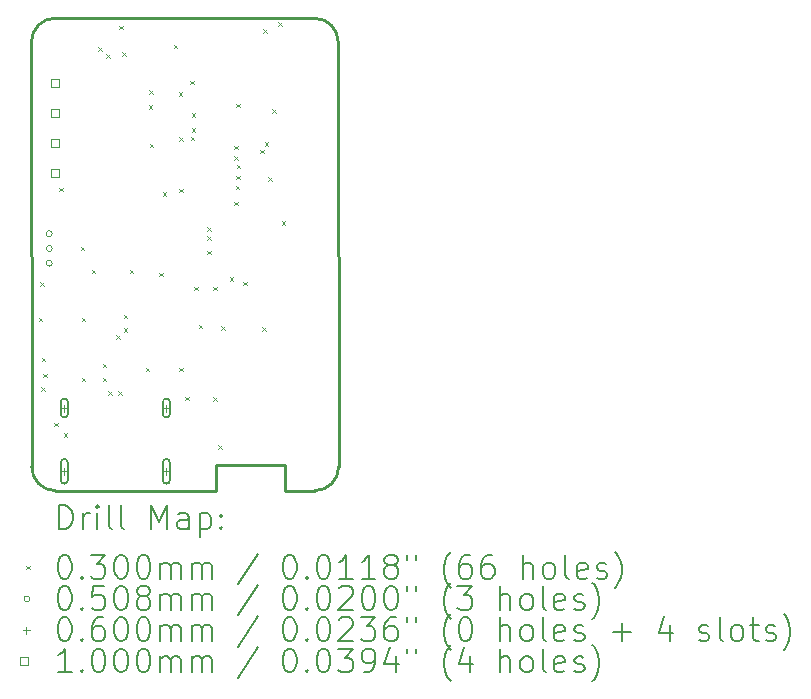
<source format=gbr>
%TF.GenerationSoftware,KiCad,Pcbnew,7.0.1*%
%TF.CreationDate,2024-08-21T14:39:36+02:00*%
%TF.ProjectId,renforce-eda,72656e66-6f72-4636-952d-6564612e6b69,1.0*%
%TF.SameCoordinates,Original*%
%TF.FileFunction,Drillmap*%
%TF.FilePolarity,Positive*%
%FSLAX45Y45*%
G04 Gerber Fmt 4.5, Leading zero omitted, Abs format (unit mm)*
G04 Created by KiCad (PCBNEW 7.0.1) date 2024-08-21 14:39:36*
%MOMM*%
%LPD*%
G01*
G04 APERTURE LIST*
%ADD10C,0.254000*%
%ADD11C,0.200000*%
%ADD12C,0.030000*%
%ADD13C,0.050800*%
%ADD14C,0.060000*%
%ADD15C,0.100000*%
G04 APERTURE END LIST*
D10*
X5498700Y-2200800D02*
X3302600Y-2200000D01*
X3101300Y-2400000D02*
X3103100Y-5998703D01*
X5500000Y-6200003D02*
X5251000Y-6200003D01*
X3103101Y-5998703D02*
G75*
G03*
X3303100Y-6200003I199999J-1297D01*
G01*
X3302600Y-2200004D02*
G75*
G03*
X3101300Y-2400000I-1300J-199996D01*
G01*
X5500000Y-6200006D02*
G75*
G03*
X5701300Y-6000003I1290J200006D01*
G01*
X4666400Y-5985903D02*
X4666400Y-6200003D01*
X5250800Y-5985903D02*
X4666400Y-5985903D01*
X5698700Y-2402100D02*
X5701300Y-6000003D01*
X5698696Y-2402100D02*
G75*
G03*
X5498700Y-2200800I-200006J1290D01*
G01*
X5250800Y-5985903D02*
X5250800Y-6200003D01*
X4666400Y-6200003D02*
X3303100Y-6200003D01*
D11*
D12*
X3161300Y-4735003D02*
X3191300Y-4765003D01*
X3191300Y-4735003D02*
X3161300Y-4765003D01*
X3176300Y-4435003D02*
X3206300Y-4465003D01*
X3206300Y-4435003D02*
X3176300Y-4465003D01*
X3185000Y-5325000D02*
X3215000Y-5355000D01*
X3215000Y-5325000D02*
X3185000Y-5355000D01*
X3188950Y-5075003D02*
X3218950Y-5105003D01*
X3218950Y-5075003D02*
X3188950Y-5105003D01*
X3201300Y-5210003D02*
X3231300Y-5240003D01*
X3231300Y-5210003D02*
X3201300Y-5240003D01*
X3295000Y-5625000D02*
X3325000Y-5655000D01*
X3325000Y-5625000D02*
X3295000Y-5655000D01*
X3335000Y-3635000D02*
X3365000Y-3665000D01*
X3365000Y-3635000D02*
X3335000Y-3665000D01*
X3375000Y-5715000D02*
X3405000Y-5745000D01*
X3405000Y-5715000D02*
X3375000Y-5745000D01*
X3516300Y-4135003D02*
X3546300Y-4165003D01*
X3546300Y-4135003D02*
X3516300Y-4165003D01*
X3525000Y-5242653D02*
X3555000Y-5272653D01*
X3555000Y-5242653D02*
X3525000Y-5272653D01*
X3526300Y-4735003D02*
X3556300Y-4765003D01*
X3556300Y-4735003D02*
X3526300Y-4765003D01*
X3611300Y-4330003D02*
X3641300Y-4360003D01*
X3641300Y-4330003D02*
X3611300Y-4360003D01*
X3665000Y-2445000D02*
X3695000Y-2475000D01*
X3695000Y-2445000D02*
X3665000Y-2475000D01*
X3703950Y-5242653D02*
X3733950Y-5272653D01*
X3733950Y-5242653D02*
X3703950Y-5272653D01*
X3705000Y-5127353D02*
X3735000Y-5157353D01*
X3735000Y-5127353D02*
X3705000Y-5157353D01*
X3735000Y-2505000D02*
X3765000Y-2535000D01*
X3765000Y-2505000D02*
X3735000Y-2535000D01*
X3751321Y-5358003D02*
X3781321Y-5388003D01*
X3781321Y-5358003D02*
X3751321Y-5388003D01*
X3820000Y-4885000D02*
X3850000Y-4915000D01*
X3850000Y-4885000D02*
X3820000Y-4915000D01*
X3835000Y-5358003D02*
X3865000Y-5388003D01*
X3865000Y-5358003D02*
X3835000Y-5388003D01*
X3845000Y-2265000D02*
X3875000Y-2295000D01*
X3875000Y-2265000D02*
X3845000Y-2295000D01*
X3870765Y-2489235D02*
X3900765Y-2519235D01*
X3900765Y-2489235D02*
X3870765Y-2519235D01*
X3881300Y-4710003D02*
X3911300Y-4740003D01*
X3911300Y-4710003D02*
X3881300Y-4740003D01*
X3881300Y-4825003D02*
X3911300Y-4855003D01*
X3911300Y-4825003D02*
X3881300Y-4855003D01*
X3931299Y-4330001D02*
X3961299Y-4360001D01*
X3961299Y-4330001D02*
X3931299Y-4360001D01*
X4070000Y-5160000D02*
X4100000Y-5190000D01*
X4100000Y-5160000D02*
X4070000Y-5190000D01*
X4095000Y-2935000D02*
X4125000Y-2965000D01*
X4125000Y-2935000D02*
X4095000Y-2965000D01*
X4096300Y-2810003D02*
X4126300Y-2840003D01*
X4126300Y-2810003D02*
X4096300Y-2840003D01*
X4101300Y-3265003D02*
X4131300Y-3295003D01*
X4131300Y-3265003D02*
X4101300Y-3295003D01*
X4181300Y-4355000D02*
X4211300Y-4385000D01*
X4211300Y-4355000D02*
X4181300Y-4385000D01*
X4211300Y-3675003D02*
X4241300Y-3705003D01*
X4241300Y-3675003D02*
X4211300Y-3705003D01*
X4305000Y-2425000D02*
X4335000Y-2455000D01*
X4335000Y-2425000D02*
X4305000Y-2455000D01*
X4346300Y-2825003D02*
X4376300Y-2855003D01*
X4376300Y-2825003D02*
X4346300Y-2855003D01*
X4350000Y-5160000D02*
X4380000Y-5190000D01*
X4380000Y-5160000D02*
X4350000Y-5190000D01*
X4351300Y-3210003D02*
X4381300Y-3240003D01*
X4381300Y-3210003D02*
X4351300Y-3240003D01*
X4351300Y-3645003D02*
X4381300Y-3675003D01*
X4381300Y-3645003D02*
X4351300Y-3675003D01*
X4401300Y-5405003D02*
X4431300Y-5435003D01*
X4431300Y-5405003D02*
X4401300Y-5435003D01*
X4445635Y-2729338D02*
X4475635Y-2759338D01*
X4475635Y-2729338D02*
X4445635Y-2759338D01*
X4451300Y-3205003D02*
X4481300Y-3235003D01*
X4481300Y-3205003D02*
X4451300Y-3235003D01*
X4456300Y-3005003D02*
X4486300Y-3035003D01*
X4486300Y-3005003D02*
X4456300Y-3035003D01*
X4456300Y-3130003D02*
X4486300Y-3160003D01*
X4486300Y-3130003D02*
X4456300Y-3160003D01*
X4481300Y-4475003D02*
X4511300Y-4505003D01*
X4511300Y-4475003D02*
X4481300Y-4505003D01*
X4516300Y-4795003D02*
X4546300Y-4825003D01*
X4546300Y-4795003D02*
X4516300Y-4825003D01*
X4590000Y-3970050D02*
X4620000Y-4000050D01*
X4620000Y-3970050D02*
X4590000Y-4000050D01*
X4590000Y-4045000D02*
X4620000Y-4075000D01*
X4620000Y-4045000D02*
X4590000Y-4075000D01*
X4590000Y-4170000D02*
X4620000Y-4200000D01*
X4620000Y-4170000D02*
X4590000Y-4200000D01*
X4641300Y-4475003D02*
X4671300Y-4505003D01*
X4671300Y-4475003D02*
X4641300Y-4505003D01*
X4641300Y-5410003D02*
X4671300Y-5440003D01*
X4671300Y-5410003D02*
X4641300Y-5440003D01*
X4681300Y-5815003D02*
X4711300Y-5845003D01*
X4711300Y-5815003D02*
X4681300Y-5845003D01*
X4706300Y-4810003D02*
X4736300Y-4840003D01*
X4736300Y-4810003D02*
X4706300Y-4840003D01*
X4781300Y-4395003D02*
X4811300Y-4425003D01*
X4811300Y-4395003D02*
X4781300Y-4425003D01*
X4816300Y-3754953D02*
X4846300Y-3784953D01*
X4846300Y-3754953D02*
X4816300Y-3784953D01*
X4817378Y-3370232D02*
X4847378Y-3400232D01*
X4847378Y-3370232D02*
X4817378Y-3400232D01*
X4817650Y-3280003D02*
X4847650Y-3310003D01*
X4847650Y-3280003D02*
X4817650Y-3310003D01*
X4831300Y-3620003D02*
X4861300Y-3650003D01*
X4861300Y-3620003D02*
X4831300Y-3650003D01*
X4835000Y-2925000D02*
X4865000Y-2955000D01*
X4865000Y-2925000D02*
X4835000Y-2955000D01*
X4835535Y-3534238D02*
X4865535Y-3564238D01*
X4865535Y-3534238D02*
X4835535Y-3564238D01*
X4838886Y-3442145D02*
X4868886Y-3472145D01*
X4868886Y-3442145D02*
X4838886Y-3472145D01*
X4896300Y-4430003D02*
X4926300Y-4460003D01*
X4926300Y-4430003D02*
X4896300Y-4460003D01*
X5036300Y-3315003D02*
X5066300Y-3345003D01*
X5066300Y-3315003D02*
X5036300Y-3345003D01*
X5056300Y-4815003D02*
X5086300Y-4845003D01*
X5086300Y-4815003D02*
X5056300Y-4845003D01*
X5065000Y-2292300D02*
X5095000Y-2322300D01*
X5095000Y-2292300D02*
X5065000Y-2322300D01*
X5076300Y-3250003D02*
X5106300Y-3280003D01*
X5106300Y-3250003D02*
X5076300Y-3280003D01*
X5106300Y-3545003D02*
X5136300Y-3575003D01*
X5136300Y-3545003D02*
X5106300Y-3575003D01*
X5138149Y-2971851D02*
X5168149Y-3001851D01*
X5168149Y-2971851D02*
X5138149Y-3001851D01*
X5190000Y-2235000D02*
X5220000Y-2265000D01*
X5220000Y-2235000D02*
X5190000Y-2265000D01*
X5221300Y-3920003D02*
X5251300Y-3950003D01*
X5251300Y-3920003D02*
X5221300Y-3950003D01*
D13*
X3276700Y-4025003D02*
G75*
G03*
X3276700Y-4025003I-25400J0D01*
G01*
X3276700Y-4150003D02*
G75*
G03*
X3276700Y-4150003I-25400J0D01*
G01*
X3276700Y-4275003D02*
G75*
G03*
X3276700Y-4275003I-25400J0D01*
G01*
D14*
X3379300Y-5471003D02*
X3379300Y-5531003D01*
X3349300Y-5501003D02*
X3409300Y-5501003D01*
D11*
X3349300Y-5451003D02*
X3349300Y-5551003D01*
X3349300Y-5551003D02*
G75*
G03*
X3409300Y-5551003I30000J0D01*
G01*
X3409300Y-5551003D02*
X3409300Y-5451003D01*
X3409300Y-5451003D02*
G75*
G03*
X3349300Y-5451003I-30000J0D01*
G01*
D14*
X3379300Y-6007003D02*
X3379300Y-6067003D01*
X3349300Y-6037003D02*
X3409300Y-6037003D01*
D11*
X3349300Y-5962003D02*
X3349300Y-6112003D01*
X3349300Y-6112003D02*
G75*
G03*
X3409300Y-6112003I30000J0D01*
G01*
X3409300Y-6112003D02*
X3409300Y-5962003D01*
X3409300Y-5962003D02*
G75*
G03*
X3349300Y-5962003I-30000J0D01*
G01*
D14*
X4243300Y-5471003D02*
X4243300Y-5531003D01*
X4213300Y-5501003D02*
X4273300Y-5501003D01*
D11*
X4213300Y-5451003D02*
X4213300Y-5551003D01*
X4213300Y-5551003D02*
G75*
G03*
X4273300Y-5551003I30000J0D01*
G01*
X4273300Y-5551003D02*
X4273300Y-5451003D01*
X4273300Y-5451003D02*
G75*
G03*
X4213300Y-5451003I-30000J0D01*
G01*
D14*
X4243300Y-6007003D02*
X4243300Y-6067003D01*
X4213300Y-6037003D02*
X4273300Y-6037003D01*
D11*
X4213300Y-5962003D02*
X4213300Y-6112003D01*
X4213300Y-6112003D02*
G75*
G03*
X4273300Y-6112003I30000J0D01*
G01*
X4273300Y-6112003D02*
X4273300Y-5962003D01*
X4273300Y-5962003D02*
G75*
G03*
X4213300Y-5962003I-30000J0D01*
G01*
D15*
X3335356Y-2785356D02*
X3335356Y-2714644D01*
X3264644Y-2714644D01*
X3264644Y-2785356D01*
X3335356Y-2785356D01*
X3335356Y-3039356D02*
X3335356Y-2968644D01*
X3264644Y-2968644D01*
X3264644Y-3039356D01*
X3335356Y-3039356D01*
X3335356Y-3293356D02*
X3335356Y-3222644D01*
X3264644Y-3222644D01*
X3264644Y-3293356D01*
X3335356Y-3293356D01*
X3335356Y-3547356D02*
X3335356Y-3476644D01*
X3264644Y-3476644D01*
X3264644Y-3547356D01*
X3335356Y-3547356D01*
D11*
X3336219Y-6525234D02*
X3336219Y-6325234D01*
X3336219Y-6325234D02*
X3383838Y-6325234D01*
X3383838Y-6325234D02*
X3412409Y-6334758D01*
X3412409Y-6334758D02*
X3431457Y-6353805D01*
X3431457Y-6353805D02*
X3440981Y-6372853D01*
X3440981Y-6372853D02*
X3450505Y-6410948D01*
X3450505Y-6410948D02*
X3450505Y-6439519D01*
X3450505Y-6439519D02*
X3440981Y-6477615D01*
X3440981Y-6477615D02*
X3431457Y-6496662D01*
X3431457Y-6496662D02*
X3412409Y-6515710D01*
X3412409Y-6515710D02*
X3383838Y-6525234D01*
X3383838Y-6525234D02*
X3336219Y-6525234D01*
X3536219Y-6525234D02*
X3536219Y-6391900D01*
X3536219Y-6429996D02*
X3545743Y-6410948D01*
X3545743Y-6410948D02*
X3555267Y-6401424D01*
X3555267Y-6401424D02*
X3574314Y-6391900D01*
X3574314Y-6391900D02*
X3593362Y-6391900D01*
X3660028Y-6525234D02*
X3660028Y-6391900D01*
X3660028Y-6325234D02*
X3650505Y-6334758D01*
X3650505Y-6334758D02*
X3660028Y-6344281D01*
X3660028Y-6344281D02*
X3669552Y-6334758D01*
X3669552Y-6334758D02*
X3660028Y-6325234D01*
X3660028Y-6325234D02*
X3660028Y-6344281D01*
X3783838Y-6525234D02*
X3764790Y-6515710D01*
X3764790Y-6515710D02*
X3755267Y-6496662D01*
X3755267Y-6496662D02*
X3755267Y-6325234D01*
X3888600Y-6525234D02*
X3869552Y-6515710D01*
X3869552Y-6515710D02*
X3860028Y-6496662D01*
X3860028Y-6496662D02*
X3860028Y-6325234D01*
X4117171Y-6525234D02*
X4117171Y-6325234D01*
X4117171Y-6325234D02*
X4183838Y-6468091D01*
X4183838Y-6468091D02*
X4250505Y-6325234D01*
X4250505Y-6325234D02*
X4250505Y-6525234D01*
X4431457Y-6525234D02*
X4431457Y-6420472D01*
X4431457Y-6420472D02*
X4421933Y-6401424D01*
X4421933Y-6401424D02*
X4402886Y-6391900D01*
X4402886Y-6391900D02*
X4364790Y-6391900D01*
X4364790Y-6391900D02*
X4345743Y-6401424D01*
X4431457Y-6515710D02*
X4412410Y-6525234D01*
X4412410Y-6525234D02*
X4364790Y-6525234D01*
X4364790Y-6525234D02*
X4345743Y-6515710D01*
X4345743Y-6515710D02*
X4336219Y-6496662D01*
X4336219Y-6496662D02*
X4336219Y-6477615D01*
X4336219Y-6477615D02*
X4345743Y-6458567D01*
X4345743Y-6458567D02*
X4364790Y-6449043D01*
X4364790Y-6449043D02*
X4412410Y-6449043D01*
X4412410Y-6449043D02*
X4431457Y-6439519D01*
X4526695Y-6391900D02*
X4526695Y-6591900D01*
X4526695Y-6401424D02*
X4545743Y-6391900D01*
X4545743Y-6391900D02*
X4583838Y-6391900D01*
X4583838Y-6391900D02*
X4602886Y-6401424D01*
X4602886Y-6401424D02*
X4612410Y-6410948D01*
X4612410Y-6410948D02*
X4621933Y-6429996D01*
X4621933Y-6429996D02*
X4621933Y-6487138D01*
X4621933Y-6487138D02*
X4612410Y-6506186D01*
X4612410Y-6506186D02*
X4602886Y-6515710D01*
X4602886Y-6515710D02*
X4583838Y-6525234D01*
X4583838Y-6525234D02*
X4545743Y-6525234D01*
X4545743Y-6525234D02*
X4526695Y-6515710D01*
X4707648Y-6506186D02*
X4717171Y-6515710D01*
X4717171Y-6515710D02*
X4707648Y-6525234D01*
X4707648Y-6525234D02*
X4698124Y-6515710D01*
X4698124Y-6515710D02*
X4707648Y-6506186D01*
X4707648Y-6506186D02*
X4707648Y-6525234D01*
X4707648Y-6401424D02*
X4717171Y-6410948D01*
X4717171Y-6410948D02*
X4707648Y-6420472D01*
X4707648Y-6420472D02*
X4698124Y-6410948D01*
X4698124Y-6410948D02*
X4707648Y-6401424D01*
X4707648Y-6401424D02*
X4707648Y-6420472D01*
D12*
X3058600Y-6837710D02*
X3088600Y-6867710D01*
X3088600Y-6837710D02*
X3058600Y-6867710D01*
D11*
X3374314Y-6745234D02*
X3393362Y-6745234D01*
X3393362Y-6745234D02*
X3412409Y-6754758D01*
X3412409Y-6754758D02*
X3421933Y-6764281D01*
X3421933Y-6764281D02*
X3431457Y-6783329D01*
X3431457Y-6783329D02*
X3440981Y-6821424D01*
X3440981Y-6821424D02*
X3440981Y-6869043D01*
X3440981Y-6869043D02*
X3431457Y-6907138D01*
X3431457Y-6907138D02*
X3421933Y-6926186D01*
X3421933Y-6926186D02*
X3412409Y-6935710D01*
X3412409Y-6935710D02*
X3393362Y-6945234D01*
X3393362Y-6945234D02*
X3374314Y-6945234D01*
X3374314Y-6945234D02*
X3355267Y-6935710D01*
X3355267Y-6935710D02*
X3345743Y-6926186D01*
X3345743Y-6926186D02*
X3336219Y-6907138D01*
X3336219Y-6907138D02*
X3326695Y-6869043D01*
X3326695Y-6869043D02*
X3326695Y-6821424D01*
X3326695Y-6821424D02*
X3336219Y-6783329D01*
X3336219Y-6783329D02*
X3345743Y-6764281D01*
X3345743Y-6764281D02*
X3355267Y-6754758D01*
X3355267Y-6754758D02*
X3374314Y-6745234D01*
X3526695Y-6926186D02*
X3536219Y-6935710D01*
X3536219Y-6935710D02*
X3526695Y-6945234D01*
X3526695Y-6945234D02*
X3517171Y-6935710D01*
X3517171Y-6935710D02*
X3526695Y-6926186D01*
X3526695Y-6926186D02*
X3526695Y-6945234D01*
X3602886Y-6745234D02*
X3726695Y-6745234D01*
X3726695Y-6745234D02*
X3660028Y-6821424D01*
X3660028Y-6821424D02*
X3688600Y-6821424D01*
X3688600Y-6821424D02*
X3707648Y-6830948D01*
X3707648Y-6830948D02*
X3717171Y-6840472D01*
X3717171Y-6840472D02*
X3726695Y-6859519D01*
X3726695Y-6859519D02*
X3726695Y-6907138D01*
X3726695Y-6907138D02*
X3717171Y-6926186D01*
X3717171Y-6926186D02*
X3707648Y-6935710D01*
X3707648Y-6935710D02*
X3688600Y-6945234D01*
X3688600Y-6945234D02*
X3631457Y-6945234D01*
X3631457Y-6945234D02*
X3612409Y-6935710D01*
X3612409Y-6935710D02*
X3602886Y-6926186D01*
X3850505Y-6745234D02*
X3869552Y-6745234D01*
X3869552Y-6745234D02*
X3888600Y-6754758D01*
X3888600Y-6754758D02*
X3898124Y-6764281D01*
X3898124Y-6764281D02*
X3907648Y-6783329D01*
X3907648Y-6783329D02*
X3917171Y-6821424D01*
X3917171Y-6821424D02*
X3917171Y-6869043D01*
X3917171Y-6869043D02*
X3907648Y-6907138D01*
X3907648Y-6907138D02*
X3898124Y-6926186D01*
X3898124Y-6926186D02*
X3888600Y-6935710D01*
X3888600Y-6935710D02*
X3869552Y-6945234D01*
X3869552Y-6945234D02*
X3850505Y-6945234D01*
X3850505Y-6945234D02*
X3831457Y-6935710D01*
X3831457Y-6935710D02*
X3821933Y-6926186D01*
X3821933Y-6926186D02*
X3812409Y-6907138D01*
X3812409Y-6907138D02*
X3802886Y-6869043D01*
X3802886Y-6869043D02*
X3802886Y-6821424D01*
X3802886Y-6821424D02*
X3812409Y-6783329D01*
X3812409Y-6783329D02*
X3821933Y-6764281D01*
X3821933Y-6764281D02*
X3831457Y-6754758D01*
X3831457Y-6754758D02*
X3850505Y-6745234D01*
X4040981Y-6745234D02*
X4060029Y-6745234D01*
X4060029Y-6745234D02*
X4079076Y-6754758D01*
X4079076Y-6754758D02*
X4088600Y-6764281D01*
X4088600Y-6764281D02*
X4098124Y-6783329D01*
X4098124Y-6783329D02*
X4107648Y-6821424D01*
X4107648Y-6821424D02*
X4107648Y-6869043D01*
X4107648Y-6869043D02*
X4098124Y-6907138D01*
X4098124Y-6907138D02*
X4088600Y-6926186D01*
X4088600Y-6926186D02*
X4079076Y-6935710D01*
X4079076Y-6935710D02*
X4060029Y-6945234D01*
X4060029Y-6945234D02*
X4040981Y-6945234D01*
X4040981Y-6945234D02*
X4021933Y-6935710D01*
X4021933Y-6935710D02*
X4012409Y-6926186D01*
X4012409Y-6926186D02*
X4002886Y-6907138D01*
X4002886Y-6907138D02*
X3993362Y-6869043D01*
X3993362Y-6869043D02*
X3993362Y-6821424D01*
X3993362Y-6821424D02*
X4002886Y-6783329D01*
X4002886Y-6783329D02*
X4012409Y-6764281D01*
X4012409Y-6764281D02*
X4021933Y-6754758D01*
X4021933Y-6754758D02*
X4040981Y-6745234D01*
X4193362Y-6945234D02*
X4193362Y-6811900D01*
X4193362Y-6830948D02*
X4202886Y-6821424D01*
X4202886Y-6821424D02*
X4221933Y-6811900D01*
X4221933Y-6811900D02*
X4250505Y-6811900D01*
X4250505Y-6811900D02*
X4269552Y-6821424D01*
X4269552Y-6821424D02*
X4279076Y-6840472D01*
X4279076Y-6840472D02*
X4279076Y-6945234D01*
X4279076Y-6840472D02*
X4288600Y-6821424D01*
X4288600Y-6821424D02*
X4307648Y-6811900D01*
X4307648Y-6811900D02*
X4336219Y-6811900D01*
X4336219Y-6811900D02*
X4355267Y-6821424D01*
X4355267Y-6821424D02*
X4364791Y-6840472D01*
X4364791Y-6840472D02*
X4364791Y-6945234D01*
X4460029Y-6945234D02*
X4460029Y-6811900D01*
X4460029Y-6830948D02*
X4469552Y-6821424D01*
X4469552Y-6821424D02*
X4488600Y-6811900D01*
X4488600Y-6811900D02*
X4517172Y-6811900D01*
X4517172Y-6811900D02*
X4536219Y-6821424D01*
X4536219Y-6821424D02*
X4545743Y-6840472D01*
X4545743Y-6840472D02*
X4545743Y-6945234D01*
X4545743Y-6840472D02*
X4555267Y-6821424D01*
X4555267Y-6821424D02*
X4574314Y-6811900D01*
X4574314Y-6811900D02*
X4602886Y-6811900D01*
X4602886Y-6811900D02*
X4621933Y-6821424D01*
X4621933Y-6821424D02*
X4631457Y-6840472D01*
X4631457Y-6840472D02*
X4631457Y-6945234D01*
X5021933Y-6735710D02*
X4850505Y-6992853D01*
X5279076Y-6745234D02*
X5298124Y-6745234D01*
X5298124Y-6745234D02*
X5317172Y-6754758D01*
X5317172Y-6754758D02*
X5326695Y-6764281D01*
X5326695Y-6764281D02*
X5336219Y-6783329D01*
X5336219Y-6783329D02*
X5345743Y-6821424D01*
X5345743Y-6821424D02*
X5345743Y-6869043D01*
X5345743Y-6869043D02*
X5336219Y-6907138D01*
X5336219Y-6907138D02*
X5326695Y-6926186D01*
X5326695Y-6926186D02*
X5317172Y-6935710D01*
X5317172Y-6935710D02*
X5298124Y-6945234D01*
X5298124Y-6945234D02*
X5279076Y-6945234D01*
X5279076Y-6945234D02*
X5260029Y-6935710D01*
X5260029Y-6935710D02*
X5250505Y-6926186D01*
X5250505Y-6926186D02*
X5240981Y-6907138D01*
X5240981Y-6907138D02*
X5231457Y-6869043D01*
X5231457Y-6869043D02*
X5231457Y-6821424D01*
X5231457Y-6821424D02*
X5240981Y-6783329D01*
X5240981Y-6783329D02*
X5250505Y-6764281D01*
X5250505Y-6764281D02*
X5260029Y-6754758D01*
X5260029Y-6754758D02*
X5279076Y-6745234D01*
X5431457Y-6926186D02*
X5440981Y-6935710D01*
X5440981Y-6935710D02*
X5431457Y-6945234D01*
X5431457Y-6945234D02*
X5421934Y-6935710D01*
X5421934Y-6935710D02*
X5431457Y-6926186D01*
X5431457Y-6926186D02*
X5431457Y-6945234D01*
X5564791Y-6745234D02*
X5583838Y-6745234D01*
X5583838Y-6745234D02*
X5602886Y-6754758D01*
X5602886Y-6754758D02*
X5612410Y-6764281D01*
X5612410Y-6764281D02*
X5621933Y-6783329D01*
X5621933Y-6783329D02*
X5631457Y-6821424D01*
X5631457Y-6821424D02*
X5631457Y-6869043D01*
X5631457Y-6869043D02*
X5621933Y-6907138D01*
X5621933Y-6907138D02*
X5612410Y-6926186D01*
X5612410Y-6926186D02*
X5602886Y-6935710D01*
X5602886Y-6935710D02*
X5583838Y-6945234D01*
X5583838Y-6945234D02*
X5564791Y-6945234D01*
X5564791Y-6945234D02*
X5545743Y-6935710D01*
X5545743Y-6935710D02*
X5536219Y-6926186D01*
X5536219Y-6926186D02*
X5526695Y-6907138D01*
X5526695Y-6907138D02*
X5517172Y-6869043D01*
X5517172Y-6869043D02*
X5517172Y-6821424D01*
X5517172Y-6821424D02*
X5526695Y-6783329D01*
X5526695Y-6783329D02*
X5536219Y-6764281D01*
X5536219Y-6764281D02*
X5545743Y-6754758D01*
X5545743Y-6754758D02*
X5564791Y-6745234D01*
X5821933Y-6945234D02*
X5707648Y-6945234D01*
X5764791Y-6945234D02*
X5764791Y-6745234D01*
X5764791Y-6745234D02*
X5745743Y-6773805D01*
X5745743Y-6773805D02*
X5726695Y-6792853D01*
X5726695Y-6792853D02*
X5707648Y-6802377D01*
X6012410Y-6945234D02*
X5898124Y-6945234D01*
X5955267Y-6945234D02*
X5955267Y-6745234D01*
X5955267Y-6745234D02*
X5936219Y-6773805D01*
X5936219Y-6773805D02*
X5917172Y-6792853D01*
X5917172Y-6792853D02*
X5898124Y-6802377D01*
X6126695Y-6830948D02*
X6107648Y-6821424D01*
X6107648Y-6821424D02*
X6098124Y-6811900D01*
X6098124Y-6811900D02*
X6088600Y-6792853D01*
X6088600Y-6792853D02*
X6088600Y-6783329D01*
X6088600Y-6783329D02*
X6098124Y-6764281D01*
X6098124Y-6764281D02*
X6107648Y-6754758D01*
X6107648Y-6754758D02*
X6126695Y-6745234D01*
X6126695Y-6745234D02*
X6164791Y-6745234D01*
X6164791Y-6745234D02*
X6183838Y-6754758D01*
X6183838Y-6754758D02*
X6193362Y-6764281D01*
X6193362Y-6764281D02*
X6202886Y-6783329D01*
X6202886Y-6783329D02*
X6202886Y-6792853D01*
X6202886Y-6792853D02*
X6193362Y-6811900D01*
X6193362Y-6811900D02*
X6183838Y-6821424D01*
X6183838Y-6821424D02*
X6164791Y-6830948D01*
X6164791Y-6830948D02*
X6126695Y-6830948D01*
X6126695Y-6830948D02*
X6107648Y-6840472D01*
X6107648Y-6840472D02*
X6098124Y-6849996D01*
X6098124Y-6849996D02*
X6088600Y-6869043D01*
X6088600Y-6869043D02*
X6088600Y-6907138D01*
X6088600Y-6907138D02*
X6098124Y-6926186D01*
X6098124Y-6926186D02*
X6107648Y-6935710D01*
X6107648Y-6935710D02*
X6126695Y-6945234D01*
X6126695Y-6945234D02*
X6164791Y-6945234D01*
X6164791Y-6945234D02*
X6183838Y-6935710D01*
X6183838Y-6935710D02*
X6193362Y-6926186D01*
X6193362Y-6926186D02*
X6202886Y-6907138D01*
X6202886Y-6907138D02*
X6202886Y-6869043D01*
X6202886Y-6869043D02*
X6193362Y-6849996D01*
X6193362Y-6849996D02*
X6183838Y-6840472D01*
X6183838Y-6840472D02*
X6164791Y-6830948D01*
X6279076Y-6745234D02*
X6279076Y-6783329D01*
X6355267Y-6745234D02*
X6355267Y-6783329D01*
X6650505Y-7021424D02*
X6640981Y-7011900D01*
X6640981Y-7011900D02*
X6621934Y-6983329D01*
X6621934Y-6983329D02*
X6612410Y-6964281D01*
X6612410Y-6964281D02*
X6602886Y-6935710D01*
X6602886Y-6935710D02*
X6593362Y-6888091D01*
X6593362Y-6888091D02*
X6593362Y-6849996D01*
X6593362Y-6849996D02*
X6602886Y-6802377D01*
X6602886Y-6802377D02*
X6612410Y-6773805D01*
X6612410Y-6773805D02*
X6621934Y-6754758D01*
X6621934Y-6754758D02*
X6640981Y-6726186D01*
X6640981Y-6726186D02*
X6650505Y-6716662D01*
X6812410Y-6745234D02*
X6774314Y-6745234D01*
X6774314Y-6745234D02*
X6755267Y-6754758D01*
X6755267Y-6754758D02*
X6745743Y-6764281D01*
X6745743Y-6764281D02*
X6726695Y-6792853D01*
X6726695Y-6792853D02*
X6717172Y-6830948D01*
X6717172Y-6830948D02*
X6717172Y-6907138D01*
X6717172Y-6907138D02*
X6726695Y-6926186D01*
X6726695Y-6926186D02*
X6736219Y-6935710D01*
X6736219Y-6935710D02*
X6755267Y-6945234D01*
X6755267Y-6945234D02*
X6793362Y-6945234D01*
X6793362Y-6945234D02*
X6812410Y-6935710D01*
X6812410Y-6935710D02*
X6821934Y-6926186D01*
X6821934Y-6926186D02*
X6831457Y-6907138D01*
X6831457Y-6907138D02*
X6831457Y-6859519D01*
X6831457Y-6859519D02*
X6821934Y-6840472D01*
X6821934Y-6840472D02*
X6812410Y-6830948D01*
X6812410Y-6830948D02*
X6793362Y-6821424D01*
X6793362Y-6821424D02*
X6755267Y-6821424D01*
X6755267Y-6821424D02*
X6736219Y-6830948D01*
X6736219Y-6830948D02*
X6726695Y-6840472D01*
X6726695Y-6840472D02*
X6717172Y-6859519D01*
X7002886Y-6745234D02*
X6964791Y-6745234D01*
X6964791Y-6745234D02*
X6945743Y-6754758D01*
X6945743Y-6754758D02*
X6936219Y-6764281D01*
X6936219Y-6764281D02*
X6917172Y-6792853D01*
X6917172Y-6792853D02*
X6907648Y-6830948D01*
X6907648Y-6830948D02*
X6907648Y-6907138D01*
X6907648Y-6907138D02*
X6917172Y-6926186D01*
X6917172Y-6926186D02*
X6926695Y-6935710D01*
X6926695Y-6935710D02*
X6945743Y-6945234D01*
X6945743Y-6945234D02*
X6983838Y-6945234D01*
X6983838Y-6945234D02*
X7002886Y-6935710D01*
X7002886Y-6935710D02*
X7012410Y-6926186D01*
X7012410Y-6926186D02*
X7021934Y-6907138D01*
X7021934Y-6907138D02*
X7021934Y-6859519D01*
X7021934Y-6859519D02*
X7012410Y-6840472D01*
X7012410Y-6840472D02*
X7002886Y-6830948D01*
X7002886Y-6830948D02*
X6983838Y-6821424D01*
X6983838Y-6821424D02*
X6945743Y-6821424D01*
X6945743Y-6821424D02*
X6926695Y-6830948D01*
X6926695Y-6830948D02*
X6917172Y-6840472D01*
X6917172Y-6840472D02*
X6907648Y-6859519D01*
X7260029Y-6945234D02*
X7260029Y-6745234D01*
X7345743Y-6945234D02*
X7345743Y-6840472D01*
X7345743Y-6840472D02*
X7336219Y-6821424D01*
X7336219Y-6821424D02*
X7317172Y-6811900D01*
X7317172Y-6811900D02*
X7288600Y-6811900D01*
X7288600Y-6811900D02*
X7269553Y-6821424D01*
X7269553Y-6821424D02*
X7260029Y-6830948D01*
X7469553Y-6945234D02*
X7450505Y-6935710D01*
X7450505Y-6935710D02*
X7440981Y-6926186D01*
X7440981Y-6926186D02*
X7431457Y-6907138D01*
X7431457Y-6907138D02*
X7431457Y-6849996D01*
X7431457Y-6849996D02*
X7440981Y-6830948D01*
X7440981Y-6830948D02*
X7450505Y-6821424D01*
X7450505Y-6821424D02*
X7469553Y-6811900D01*
X7469553Y-6811900D02*
X7498124Y-6811900D01*
X7498124Y-6811900D02*
X7517172Y-6821424D01*
X7517172Y-6821424D02*
X7526696Y-6830948D01*
X7526696Y-6830948D02*
X7536219Y-6849996D01*
X7536219Y-6849996D02*
X7536219Y-6907138D01*
X7536219Y-6907138D02*
X7526696Y-6926186D01*
X7526696Y-6926186D02*
X7517172Y-6935710D01*
X7517172Y-6935710D02*
X7498124Y-6945234D01*
X7498124Y-6945234D02*
X7469553Y-6945234D01*
X7650505Y-6945234D02*
X7631457Y-6935710D01*
X7631457Y-6935710D02*
X7621934Y-6916662D01*
X7621934Y-6916662D02*
X7621934Y-6745234D01*
X7802886Y-6935710D02*
X7783838Y-6945234D01*
X7783838Y-6945234D02*
X7745743Y-6945234D01*
X7745743Y-6945234D02*
X7726696Y-6935710D01*
X7726696Y-6935710D02*
X7717172Y-6916662D01*
X7717172Y-6916662D02*
X7717172Y-6840472D01*
X7717172Y-6840472D02*
X7726696Y-6821424D01*
X7726696Y-6821424D02*
X7745743Y-6811900D01*
X7745743Y-6811900D02*
X7783838Y-6811900D01*
X7783838Y-6811900D02*
X7802886Y-6821424D01*
X7802886Y-6821424D02*
X7812410Y-6840472D01*
X7812410Y-6840472D02*
X7812410Y-6859519D01*
X7812410Y-6859519D02*
X7717172Y-6878567D01*
X7888600Y-6935710D02*
X7907648Y-6945234D01*
X7907648Y-6945234D02*
X7945743Y-6945234D01*
X7945743Y-6945234D02*
X7964791Y-6935710D01*
X7964791Y-6935710D02*
X7974315Y-6916662D01*
X7974315Y-6916662D02*
X7974315Y-6907138D01*
X7974315Y-6907138D02*
X7964791Y-6888091D01*
X7964791Y-6888091D02*
X7945743Y-6878567D01*
X7945743Y-6878567D02*
X7917172Y-6878567D01*
X7917172Y-6878567D02*
X7898124Y-6869043D01*
X7898124Y-6869043D02*
X7888600Y-6849996D01*
X7888600Y-6849996D02*
X7888600Y-6840472D01*
X7888600Y-6840472D02*
X7898124Y-6821424D01*
X7898124Y-6821424D02*
X7917172Y-6811900D01*
X7917172Y-6811900D02*
X7945743Y-6811900D01*
X7945743Y-6811900D02*
X7964791Y-6821424D01*
X8040981Y-7021424D02*
X8050505Y-7011900D01*
X8050505Y-7011900D02*
X8069553Y-6983329D01*
X8069553Y-6983329D02*
X8079077Y-6964281D01*
X8079077Y-6964281D02*
X8088600Y-6935710D01*
X8088600Y-6935710D02*
X8098124Y-6888091D01*
X8098124Y-6888091D02*
X8098124Y-6849996D01*
X8098124Y-6849996D02*
X8088600Y-6802377D01*
X8088600Y-6802377D02*
X8079077Y-6773805D01*
X8079077Y-6773805D02*
X8069553Y-6754758D01*
X8069553Y-6754758D02*
X8050505Y-6726186D01*
X8050505Y-6726186D02*
X8040981Y-6716662D01*
D13*
X3088600Y-7116710D02*
G75*
G03*
X3088600Y-7116710I-25400J0D01*
G01*
D11*
X3374314Y-7009234D02*
X3393362Y-7009234D01*
X3393362Y-7009234D02*
X3412409Y-7018758D01*
X3412409Y-7018758D02*
X3421933Y-7028281D01*
X3421933Y-7028281D02*
X3431457Y-7047329D01*
X3431457Y-7047329D02*
X3440981Y-7085424D01*
X3440981Y-7085424D02*
X3440981Y-7133043D01*
X3440981Y-7133043D02*
X3431457Y-7171138D01*
X3431457Y-7171138D02*
X3421933Y-7190186D01*
X3421933Y-7190186D02*
X3412409Y-7199710D01*
X3412409Y-7199710D02*
X3393362Y-7209234D01*
X3393362Y-7209234D02*
X3374314Y-7209234D01*
X3374314Y-7209234D02*
X3355267Y-7199710D01*
X3355267Y-7199710D02*
X3345743Y-7190186D01*
X3345743Y-7190186D02*
X3336219Y-7171138D01*
X3336219Y-7171138D02*
X3326695Y-7133043D01*
X3326695Y-7133043D02*
X3326695Y-7085424D01*
X3326695Y-7085424D02*
X3336219Y-7047329D01*
X3336219Y-7047329D02*
X3345743Y-7028281D01*
X3345743Y-7028281D02*
X3355267Y-7018758D01*
X3355267Y-7018758D02*
X3374314Y-7009234D01*
X3526695Y-7190186D02*
X3536219Y-7199710D01*
X3536219Y-7199710D02*
X3526695Y-7209234D01*
X3526695Y-7209234D02*
X3517171Y-7199710D01*
X3517171Y-7199710D02*
X3526695Y-7190186D01*
X3526695Y-7190186D02*
X3526695Y-7209234D01*
X3717171Y-7009234D02*
X3621933Y-7009234D01*
X3621933Y-7009234D02*
X3612409Y-7104472D01*
X3612409Y-7104472D02*
X3621933Y-7094948D01*
X3621933Y-7094948D02*
X3640981Y-7085424D01*
X3640981Y-7085424D02*
X3688600Y-7085424D01*
X3688600Y-7085424D02*
X3707648Y-7094948D01*
X3707648Y-7094948D02*
X3717171Y-7104472D01*
X3717171Y-7104472D02*
X3726695Y-7123519D01*
X3726695Y-7123519D02*
X3726695Y-7171138D01*
X3726695Y-7171138D02*
X3717171Y-7190186D01*
X3717171Y-7190186D02*
X3707648Y-7199710D01*
X3707648Y-7199710D02*
X3688600Y-7209234D01*
X3688600Y-7209234D02*
X3640981Y-7209234D01*
X3640981Y-7209234D02*
X3621933Y-7199710D01*
X3621933Y-7199710D02*
X3612409Y-7190186D01*
X3850505Y-7009234D02*
X3869552Y-7009234D01*
X3869552Y-7009234D02*
X3888600Y-7018758D01*
X3888600Y-7018758D02*
X3898124Y-7028281D01*
X3898124Y-7028281D02*
X3907648Y-7047329D01*
X3907648Y-7047329D02*
X3917171Y-7085424D01*
X3917171Y-7085424D02*
X3917171Y-7133043D01*
X3917171Y-7133043D02*
X3907648Y-7171138D01*
X3907648Y-7171138D02*
X3898124Y-7190186D01*
X3898124Y-7190186D02*
X3888600Y-7199710D01*
X3888600Y-7199710D02*
X3869552Y-7209234D01*
X3869552Y-7209234D02*
X3850505Y-7209234D01*
X3850505Y-7209234D02*
X3831457Y-7199710D01*
X3831457Y-7199710D02*
X3821933Y-7190186D01*
X3821933Y-7190186D02*
X3812409Y-7171138D01*
X3812409Y-7171138D02*
X3802886Y-7133043D01*
X3802886Y-7133043D02*
X3802886Y-7085424D01*
X3802886Y-7085424D02*
X3812409Y-7047329D01*
X3812409Y-7047329D02*
X3821933Y-7028281D01*
X3821933Y-7028281D02*
X3831457Y-7018758D01*
X3831457Y-7018758D02*
X3850505Y-7009234D01*
X4031457Y-7094948D02*
X4012409Y-7085424D01*
X4012409Y-7085424D02*
X4002886Y-7075900D01*
X4002886Y-7075900D02*
X3993362Y-7056853D01*
X3993362Y-7056853D02*
X3993362Y-7047329D01*
X3993362Y-7047329D02*
X4002886Y-7028281D01*
X4002886Y-7028281D02*
X4012409Y-7018758D01*
X4012409Y-7018758D02*
X4031457Y-7009234D01*
X4031457Y-7009234D02*
X4069552Y-7009234D01*
X4069552Y-7009234D02*
X4088600Y-7018758D01*
X4088600Y-7018758D02*
X4098124Y-7028281D01*
X4098124Y-7028281D02*
X4107648Y-7047329D01*
X4107648Y-7047329D02*
X4107648Y-7056853D01*
X4107648Y-7056853D02*
X4098124Y-7075900D01*
X4098124Y-7075900D02*
X4088600Y-7085424D01*
X4088600Y-7085424D02*
X4069552Y-7094948D01*
X4069552Y-7094948D02*
X4031457Y-7094948D01*
X4031457Y-7094948D02*
X4012409Y-7104472D01*
X4012409Y-7104472D02*
X4002886Y-7113996D01*
X4002886Y-7113996D02*
X3993362Y-7133043D01*
X3993362Y-7133043D02*
X3993362Y-7171138D01*
X3993362Y-7171138D02*
X4002886Y-7190186D01*
X4002886Y-7190186D02*
X4012409Y-7199710D01*
X4012409Y-7199710D02*
X4031457Y-7209234D01*
X4031457Y-7209234D02*
X4069552Y-7209234D01*
X4069552Y-7209234D02*
X4088600Y-7199710D01*
X4088600Y-7199710D02*
X4098124Y-7190186D01*
X4098124Y-7190186D02*
X4107648Y-7171138D01*
X4107648Y-7171138D02*
X4107648Y-7133043D01*
X4107648Y-7133043D02*
X4098124Y-7113996D01*
X4098124Y-7113996D02*
X4088600Y-7104472D01*
X4088600Y-7104472D02*
X4069552Y-7094948D01*
X4193362Y-7209234D02*
X4193362Y-7075900D01*
X4193362Y-7094948D02*
X4202886Y-7085424D01*
X4202886Y-7085424D02*
X4221933Y-7075900D01*
X4221933Y-7075900D02*
X4250505Y-7075900D01*
X4250505Y-7075900D02*
X4269552Y-7085424D01*
X4269552Y-7085424D02*
X4279076Y-7104472D01*
X4279076Y-7104472D02*
X4279076Y-7209234D01*
X4279076Y-7104472D02*
X4288600Y-7085424D01*
X4288600Y-7085424D02*
X4307648Y-7075900D01*
X4307648Y-7075900D02*
X4336219Y-7075900D01*
X4336219Y-7075900D02*
X4355267Y-7085424D01*
X4355267Y-7085424D02*
X4364791Y-7104472D01*
X4364791Y-7104472D02*
X4364791Y-7209234D01*
X4460029Y-7209234D02*
X4460029Y-7075900D01*
X4460029Y-7094948D02*
X4469552Y-7085424D01*
X4469552Y-7085424D02*
X4488600Y-7075900D01*
X4488600Y-7075900D02*
X4517172Y-7075900D01*
X4517172Y-7075900D02*
X4536219Y-7085424D01*
X4536219Y-7085424D02*
X4545743Y-7104472D01*
X4545743Y-7104472D02*
X4545743Y-7209234D01*
X4545743Y-7104472D02*
X4555267Y-7085424D01*
X4555267Y-7085424D02*
X4574314Y-7075900D01*
X4574314Y-7075900D02*
X4602886Y-7075900D01*
X4602886Y-7075900D02*
X4621933Y-7085424D01*
X4621933Y-7085424D02*
X4631457Y-7104472D01*
X4631457Y-7104472D02*
X4631457Y-7209234D01*
X5021933Y-6999710D02*
X4850505Y-7256853D01*
X5279076Y-7009234D02*
X5298124Y-7009234D01*
X5298124Y-7009234D02*
X5317172Y-7018758D01*
X5317172Y-7018758D02*
X5326695Y-7028281D01*
X5326695Y-7028281D02*
X5336219Y-7047329D01*
X5336219Y-7047329D02*
X5345743Y-7085424D01*
X5345743Y-7085424D02*
X5345743Y-7133043D01*
X5345743Y-7133043D02*
X5336219Y-7171138D01*
X5336219Y-7171138D02*
X5326695Y-7190186D01*
X5326695Y-7190186D02*
X5317172Y-7199710D01*
X5317172Y-7199710D02*
X5298124Y-7209234D01*
X5298124Y-7209234D02*
X5279076Y-7209234D01*
X5279076Y-7209234D02*
X5260029Y-7199710D01*
X5260029Y-7199710D02*
X5250505Y-7190186D01*
X5250505Y-7190186D02*
X5240981Y-7171138D01*
X5240981Y-7171138D02*
X5231457Y-7133043D01*
X5231457Y-7133043D02*
X5231457Y-7085424D01*
X5231457Y-7085424D02*
X5240981Y-7047329D01*
X5240981Y-7047329D02*
X5250505Y-7028281D01*
X5250505Y-7028281D02*
X5260029Y-7018758D01*
X5260029Y-7018758D02*
X5279076Y-7009234D01*
X5431457Y-7190186D02*
X5440981Y-7199710D01*
X5440981Y-7199710D02*
X5431457Y-7209234D01*
X5431457Y-7209234D02*
X5421934Y-7199710D01*
X5421934Y-7199710D02*
X5431457Y-7190186D01*
X5431457Y-7190186D02*
X5431457Y-7209234D01*
X5564791Y-7009234D02*
X5583838Y-7009234D01*
X5583838Y-7009234D02*
X5602886Y-7018758D01*
X5602886Y-7018758D02*
X5612410Y-7028281D01*
X5612410Y-7028281D02*
X5621933Y-7047329D01*
X5621933Y-7047329D02*
X5631457Y-7085424D01*
X5631457Y-7085424D02*
X5631457Y-7133043D01*
X5631457Y-7133043D02*
X5621933Y-7171138D01*
X5621933Y-7171138D02*
X5612410Y-7190186D01*
X5612410Y-7190186D02*
X5602886Y-7199710D01*
X5602886Y-7199710D02*
X5583838Y-7209234D01*
X5583838Y-7209234D02*
X5564791Y-7209234D01*
X5564791Y-7209234D02*
X5545743Y-7199710D01*
X5545743Y-7199710D02*
X5536219Y-7190186D01*
X5536219Y-7190186D02*
X5526695Y-7171138D01*
X5526695Y-7171138D02*
X5517172Y-7133043D01*
X5517172Y-7133043D02*
X5517172Y-7085424D01*
X5517172Y-7085424D02*
X5526695Y-7047329D01*
X5526695Y-7047329D02*
X5536219Y-7028281D01*
X5536219Y-7028281D02*
X5545743Y-7018758D01*
X5545743Y-7018758D02*
X5564791Y-7009234D01*
X5707648Y-7028281D02*
X5717172Y-7018758D01*
X5717172Y-7018758D02*
X5736219Y-7009234D01*
X5736219Y-7009234D02*
X5783838Y-7009234D01*
X5783838Y-7009234D02*
X5802886Y-7018758D01*
X5802886Y-7018758D02*
X5812410Y-7028281D01*
X5812410Y-7028281D02*
X5821933Y-7047329D01*
X5821933Y-7047329D02*
X5821933Y-7066377D01*
X5821933Y-7066377D02*
X5812410Y-7094948D01*
X5812410Y-7094948D02*
X5698124Y-7209234D01*
X5698124Y-7209234D02*
X5821933Y-7209234D01*
X5945743Y-7009234D02*
X5964791Y-7009234D01*
X5964791Y-7009234D02*
X5983838Y-7018758D01*
X5983838Y-7018758D02*
X5993362Y-7028281D01*
X5993362Y-7028281D02*
X6002886Y-7047329D01*
X6002886Y-7047329D02*
X6012410Y-7085424D01*
X6012410Y-7085424D02*
X6012410Y-7133043D01*
X6012410Y-7133043D02*
X6002886Y-7171138D01*
X6002886Y-7171138D02*
X5993362Y-7190186D01*
X5993362Y-7190186D02*
X5983838Y-7199710D01*
X5983838Y-7199710D02*
X5964791Y-7209234D01*
X5964791Y-7209234D02*
X5945743Y-7209234D01*
X5945743Y-7209234D02*
X5926695Y-7199710D01*
X5926695Y-7199710D02*
X5917172Y-7190186D01*
X5917172Y-7190186D02*
X5907648Y-7171138D01*
X5907648Y-7171138D02*
X5898124Y-7133043D01*
X5898124Y-7133043D02*
X5898124Y-7085424D01*
X5898124Y-7085424D02*
X5907648Y-7047329D01*
X5907648Y-7047329D02*
X5917172Y-7028281D01*
X5917172Y-7028281D02*
X5926695Y-7018758D01*
X5926695Y-7018758D02*
X5945743Y-7009234D01*
X6136219Y-7009234D02*
X6155267Y-7009234D01*
X6155267Y-7009234D02*
X6174314Y-7018758D01*
X6174314Y-7018758D02*
X6183838Y-7028281D01*
X6183838Y-7028281D02*
X6193362Y-7047329D01*
X6193362Y-7047329D02*
X6202886Y-7085424D01*
X6202886Y-7085424D02*
X6202886Y-7133043D01*
X6202886Y-7133043D02*
X6193362Y-7171138D01*
X6193362Y-7171138D02*
X6183838Y-7190186D01*
X6183838Y-7190186D02*
X6174314Y-7199710D01*
X6174314Y-7199710D02*
X6155267Y-7209234D01*
X6155267Y-7209234D02*
X6136219Y-7209234D01*
X6136219Y-7209234D02*
X6117172Y-7199710D01*
X6117172Y-7199710D02*
X6107648Y-7190186D01*
X6107648Y-7190186D02*
X6098124Y-7171138D01*
X6098124Y-7171138D02*
X6088600Y-7133043D01*
X6088600Y-7133043D02*
X6088600Y-7085424D01*
X6088600Y-7085424D02*
X6098124Y-7047329D01*
X6098124Y-7047329D02*
X6107648Y-7028281D01*
X6107648Y-7028281D02*
X6117172Y-7018758D01*
X6117172Y-7018758D02*
X6136219Y-7009234D01*
X6279076Y-7009234D02*
X6279076Y-7047329D01*
X6355267Y-7009234D02*
X6355267Y-7047329D01*
X6650505Y-7285424D02*
X6640981Y-7275900D01*
X6640981Y-7275900D02*
X6621934Y-7247329D01*
X6621934Y-7247329D02*
X6612410Y-7228281D01*
X6612410Y-7228281D02*
X6602886Y-7199710D01*
X6602886Y-7199710D02*
X6593362Y-7152091D01*
X6593362Y-7152091D02*
X6593362Y-7113996D01*
X6593362Y-7113996D02*
X6602886Y-7066377D01*
X6602886Y-7066377D02*
X6612410Y-7037805D01*
X6612410Y-7037805D02*
X6621934Y-7018758D01*
X6621934Y-7018758D02*
X6640981Y-6990186D01*
X6640981Y-6990186D02*
X6650505Y-6980662D01*
X6707648Y-7009234D02*
X6831457Y-7009234D01*
X6831457Y-7009234D02*
X6764791Y-7085424D01*
X6764791Y-7085424D02*
X6793362Y-7085424D01*
X6793362Y-7085424D02*
X6812410Y-7094948D01*
X6812410Y-7094948D02*
X6821934Y-7104472D01*
X6821934Y-7104472D02*
X6831457Y-7123519D01*
X6831457Y-7123519D02*
X6831457Y-7171138D01*
X6831457Y-7171138D02*
X6821934Y-7190186D01*
X6821934Y-7190186D02*
X6812410Y-7199710D01*
X6812410Y-7199710D02*
X6793362Y-7209234D01*
X6793362Y-7209234D02*
X6736219Y-7209234D01*
X6736219Y-7209234D02*
X6717172Y-7199710D01*
X6717172Y-7199710D02*
X6707648Y-7190186D01*
X7069553Y-7209234D02*
X7069553Y-7009234D01*
X7155267Y-7209234D02*
X7155267Y-7104472D01*
X7155267Y-7104472D02*
X7145743Y-7085424D01*
X7145743Y-7085424D02*
X7126696Y-7075900D01*
X7126696Y-7075900D02*
X7098124Y-7075900D01*
X7098124Y-7075900D02*
X7079076Y-7085424D01*
X7079076Y-7085424D02*
X7069553Y-7094948D01*
X7279076Y-7209234D02*
X7260029Y-7199710D01*
X7260029Y-7199710D02*
X7250505Y-7190186D01*
X7250505Y-7190186D02*
X7240981Y-7171138D01*
X7240981Y-7171138D02*
X7240981Y-7113996D01*
X7240981Y-7113996D02*
X7250505Y-7094948D01*
X7250505Y-7094948D02*
X7260029Y-7085424D01*
X7260029Y-7085424D02*
X7279076Y-7075900D01*
X7279076Y-7075900D02*
X7307648Y-7075900D01*
X7307648Y-7075900D02*
X7326696Y-7085424D01*
X7326696Y-7085424D02*
X7336219Y-7094948D01*
X7336219Y-7094948D02*
X7345743Y-7113996D01*
X7345743Y-7113996D02*
X7345743Y-7171138D01*
X7345743Y-7171138D02*
X7336219Y-7190186D01*
X7336219Y-7190186D02*
X7326696Y-7199710D01*
X7326696Y-7199710D02*
X7307648Y-7209234D01*
X7307648Y-7209234D02*
X7279076Y-7209234D01*
X7460029Y-7209234D02*
X7440981Y-7199710D01*
X7440981Y-7199710D02*
X7431457Y-7180662D01*
X7431457Y-7180662D02*
X7431457Y-7009234D01*
X7612410Y-7199710D02*
X7593362Y-7209234D01*
X7593362Y-7209234D02*
X7555267Y-7209234D01*
X7555267Y-7209234D02*
X7536219Y-7199710D01*
X7536219Y-7199710D02*
X7526696Y-7180662D01*
X7526696Y-7180662D02*
X7526696Y-7104472D01*
X7526696Y-7104472D02*
X7536219Y-7085424D01*
X7536219Y-7085424D02*
X7555267Y-7075900D01*
X7555267Y-7075900D02*
X7593362Y-7075900D01*
X7593362Y-7075900D02*
X7612410Y-7085424D01*
X7612410Y-7085424D02*
X7621934Y-7104472D01*
X7621934Y-7104472D02*
X7621934Y-7123519D01*
X7621934Y-7123519D02*
X7526696Y-7142567D01*
X7698124Y-7199710D02*
X7717172Y-7209234D01*
X7717172Y-7209234D02*
X7755267Y-7209234D01*
X7755267Y-7209234D02*
X7774315Y-7199710D01*
X7774315Y-7199710D02*
X7783838Y-7180662D01*
X7783838Y-7180662D02*
X7783838Y-7171138D01*
X7783838Y-7171138D02*
X7774315Y-7152091D01*
X7774315Y-7152091D02*
X7755267Y-7142567D01*
X7755267Y-7142567D02*
X7726696Y-7142567D01*
X7726696Y-7142567D02*
X7707648Y-7133043D01*
X7707648Y-7133043D02*
X7698124Y-7113996D01*
X7698124Y-7113996D02*
X7698124Y-7104472D01*
X7698124Y-7104472D02*
X7707648Y-7085424D01*
X7707648Y-7085424D02*
X7726696Y-7075900D01*
X7726696Y-7075900D02*
X7755267Y-7075900D01*
X7755267Y-7075900D02*
X7774315Y-7085424D01*
X7850505Y-7285424D02*
X7860029Y-7275900D01*
X7860029Y-7275900D02*
X7879077Y-7247329D01*
X7879077Y-7247329D02*
X7888600Y-7228281D01*
X7888600Y-7228281D02*
X7898124Y-7199710D01*
X7898124Y-7199710D02*
X7907648Y-7152091D01*
X7907648Y-7152091D02*
X7907648Y-7113996D01*
X7907648Y-7113996D02*
X7898124Y-7066377D01*
X7898124Y-7066377D02*
X7888600Y-7037805D01*
X7888600Y-7037805D02*
X7879077Y-7018758D01*
X7879077Y-7018758D02*
X7860029Y-6990186D01*
X7860029Y-6990186D02*
X7850505Y-6980662D01*
D14*
X3058600Y-7350710D02*
X3058600Y-7410710D01*
X3028600Y-7380710D02*
X3088600Y-7380710D01*
D11*
X3374314Y-7273234D02*
X3393362Y-7273234D01*
X3393362Y-7273234D02*
X3412409Y-7282758D01*
X3412409Y-7282758D02*
X3421933Y-7292281D01*
X3421933Y-7292281D02*
X3431457Y-7311329D01*
X3431457Y-7311329D02*
X3440981Y-7349424D01*
X3440981Y-7349424D02*
X3440981Y-7397043D01*
X3440981Y-7397043D02*
X3431457Y-7435138D01*
X3431457Y-7435138D02*
X3421933Y-7454186D01*
X3421933Y-7454186D02*
X3412409Y-7463710D01*
X3412409Y-7463710D02*
X3393362Y-7473234D01*
X3393362Y-7473234D02*
X3374314Y-7473234D01*
X3374314Y-7473234D02*
X3355267Y-7463710D01*
X3355267Y-7463710D02*
X3345743Y-7454186D01*
X3345743Y-7454186D02*
X3336219Y-7435138D01*
X3336219Y-7435138D02*
X3326695Y-7397043D01*
X3326695Y-7397043D02*
X3326695Y-7349424D01*
X3326695Y-7349424D02*
X3336219Y-7311329D01*
X3336219Y-7311329D02*
X3345743Y-7292281D01*
X3345743Y-7292281D02*
X3355267Y-7282758D01*
X3355267Y-7282758D02*
X3374314Y-7273234D01*
X3526695Y-7454186D02*
X3536219Y-7463710D01*
X3536219Y-7463710D02*
X3526695Y-7473234D01*
X3526695Y-7473234D02*
X3517171Y-7463710D01*
X3517171Y-7463710D02*
X3526695Y-7454186D01*
X3526695Y-7454186D02*
X3526695Y-7473234D01*
X3707648Y-7273234D02*
X3669552Y-7273234D01*
X3669552Y-7273234D02*
X3650505Y-7282758D01*
X3650505Y-7282758D02*
X3640981Y-7292281D01*
X3640981Y-7292281D02*
X3621933Y-7320853D01*
X3621933Y-7320853D02*
X3612409Y-7358948D01*
X3612409Y-7358948D02*
X3612409Y-7435138D01*
X3612409Y-7435138D02*
X3621933Y-7454186D01*
X3621933Y-7454186D02*
X3631457Y-7463710D01*
X3631457Y-7463710D02*
X3650505Y-7473234D01*
X3650505Y-7473234D02*
X3688600Y-7473234D01*
X3688600Y-7473234D02*
X3707648Y-7463710D01*
X3707648Y-7463710D02*
X3717171Y-7454186D01*
X3717171Y-7454186D02*
X3726695Y-7435138D01*
X3726695Y-7435138D02*
X3726695Y-7387519D01*
X3726695Y-7387519D02*
X3717171Y-7368472D01*
X3717171Y-7368472D02*
X3707648Y-7358948D01*
X3707648Y-7358948D02*
X3688600Y-7349424D01*
X3688600Y-7349424D02*
X3650505Y-7349424D01*
X3650505Y-7349424D02*
X3631457Y-7358948D01*
X3631457Y-7358948D02*
X3621933Y-7368472D01*
X3621933Y-7368472D02*
X3612409Y-7387519D01*
X3850505Y-7273234D02*
X3869552Y-7273234D01*
X3869552Y-7273234D02*
X3888600Y-7282758D01*
X3888600Y-7282758D02*
X3898124Y-7292281D01*
X3898124Y-7292281D02*
X3907648Y-7311329D01*
X3907648Y-7311329D02*
X3917171Y-7349424D01*
X3917171Y-7349424D02*
X3917171Y-7397043D01*
X3917171Y-7397043D02*
X3907648Y-7435138D01*
X3907648Y-7435138D02*
X3898124Y-7454186D01*
X3898124Y-7454186D02*
X3888600Y-7463710D01*
X3888600Y-7463710D02*
X3869552Y-7473234D01*
X3869552Y-7473234D02*
X3850505Y-7473234D01*
X3850505Y-7473234D02*
X3831457Y-7463710D01*
X3831457Y-7463710D02*
X3821933Y-7454186D01*
X3821933Y-7454186D02*
X3812409Y-7435138D01*
X3812409Y-7435138D02*
X3802886Y-7397043D01*
X3802886Y-7397043D02*
X3802886Y-7349424D01*
X3802886Y-7349424D02*
X3812409Y-7311329D01*
X3812409Y-7311329D02*
X3821933Y-7292281D01*
X3821933Y-7292281D02*
X3831457Y-7282758D01*
X3831457Y-7282758D02*
X3850505Y-7273234D01*
X4040981Y-7273234D02*
X4060029Y-7273234D01*
X4060029Y-7273234D02*
X4079076Y-7282758D01*
X4079076Y-7282758D02*
X4088600Y-7292281D01*
X4088600Y-7292281D02*
X4098124Y-7311329D01*
X4098124Y-7311329D02*
X4107648Y-7349424D01*
X4107648Y-7349424D02*
X4107648Y-7397043D01*
X4107648Y-7397043D02*
X4098124Y-7435138D01*
X4098124Y-7435138D02*
X4088600Y-7454186D01*
X4088600Y-7454186D02*
X4079076Y-7463710D01*
X4079076Y-7463710D02*
X4060029Y-7473234D01*
X4060029Y-7473234D02*
X4040981Y-7473234D01*
X4040981Y-7473234D02*
X4021933Y-7463710D01*
X4021933Y-7463710D02*
X4012409Y-7454186D01*
X4012409Y-7454186D02*
X4002886Y-7435138D01*
X4002886Y-7435138D02*
X3993362Y-7397043D01*
X3993362Y-7397043D02*
X3993362Y-7349424D01*
X3993362Y-7349424D02*
X4002886Y-7311329D01*
X4002886Y-7311329D02*
X4012409Y-7292281D01*
X4012409Y-7292281D02*
X4021933Y-7282758D01*
X4021933Y-7282758D02*
X4040981Y-7273234D01*
X4193362Y-7473234D02*
X4193362Y-7339900D01*
X4193362Y-7358948D02*
X4202886Y-7349424D01*
X4202886Y-7349424D02*
X4221933Y-7339900D01*
X4221933Y-7339900D02*
X4250505Y-7339900D01*
X4250505Y-7339900D02*
X4269552Y-7349424D01*
X4269552Y-7349424D02*
X4279076Y-7368472D01*
X4279076Y-7368472D02*
X4279076Y-7473234D01*
X4279076Y-7368472D02*
X4288600Y-7349424D01*
X4288600Y-7349424D02*
X4307648Y-7339900D01*
X4307648Y-7339900D02*
X4336219Y-7339900D01*
X4336219Y-7339900D02*
X4355267Y-7349424D01*
X4355267Y-7349424D02*
X4364791Y-7368472D01*
X4364791Y-7368472D02*
X4364791Y-7473234D01*
X4460029Y-7473234D02*
X4460029Y-7339900D01*
X4460029Y-7358948D02*
X4469552Y-7349424D01*
X4469552Y-7349424D02*
X4488600Y-7339900D01*
X4488600Y-7339900D02*
X4517172Y-7339900D01*
X4517172Y-7339900D02*
X4536219Y-7349424D01*
X4536219Y-7349424D02*
X4545743Y-7368472D01*
X4545743Y-7368472D02*
X4545743Y-7473234D01*
X4545743Y-7368472D02*
X4555267Y-7349424D01*
X4555267Y-7349424D02*
X4574314Y-7339900D01*
X4574314Y-7339900D02*
X4602886Y-7339900D01*
X4602886Y-7339900D02*
X4621933Y-7349424D01*
X4621933Y-7349424D02*
X4631457Y-7368472D01*
X4631457Y-7368472D02*
X4631457Y-7473234D01*
X5021933Y-7263710D02*
X4850505Y-7520853D01*
X5279076Y-7273234D02*
X5298124Y-7273234D01*
X5298124Y-7273234D02*
X5317172Y-7282758D01*
X5317172Y-7282758D02*
X5326695Y-7292281D01*
X5326695Y-7292281D02*
X5336219Y-7311329D01*
X5336219Y-7311329D02*
X5345743Y-7349424D01*
X5345743Y-7349424D02*
X5345743Y-7397043D01*
X5345743Y-7397043D02*
X5336219Y-7435138D01*
X5336219Y-7435138D02*
X5326695Y-7454186D01*
X5326695Y-7454186D02*
X5317172Y-7463710D01*
X5317172Y-7463710D02*
X5298124Y-7473234D01*
X5298124Y-7473234D02*
X5279076Y-7473234D01*
X5279076Y-7473234D02*
X5260029Y-7463710D01*
X5260029Y-7463710D02*
X5250505Y-7454186D01*
X5250505Y-7454186D02*
X5240981Y-7435138D01*
X5240981Y-7435138D02*
X5231457Y-7397043D01*
X5231457Y-7397043D02*
X5231457Y-7349424D01*
X5231457Y-7349424D02*
X5240981Y-7311329D01*
X5240981Y-7311329D02*
X5250505Y-7292281D01*
X5250505Y-7292281D02*
X5260029Y-7282758D01*
X5260029Y-7282758D02*
X5279076Y-7273234D01*
X5431457Y-7454186D02*
X5440981Y-7463710D01*
X5440981Y-7463710D02*
X5431457Y-7473234D01*
X5431457Y-7473234D02*
X5421934Y-7463710D01*
X5421934Y-7463710D02*
X5431457Y-7454186D01*
X5431457Y-7454186D02*
X5431457Y-7473234D01*
X5564791Y-7273234D02*
X5583838Y-7273234D01*
X5583838Y-7273234D02*
X5602886Y-7282758D01*
X5602886Y-7282758D02*
X5612410Y-7292281D01*
X5612410Y-7292281D02*
X5621933Y-7311329D01*
X5621933Y-7311329D02*
X5631457Y-7349424D01*
X5631457Y-7349424D02*
X5631457Y-7397043D01*
X5631457Y-7397043D02*
X5621933Y-7435138D01*
X5621933Y-7435138D02*
X5612410Y-7454186D01*
X5612410Y-7454186D02*
X5602886Y-7463710D01*
X5602886Y-7463710D02*
X5583838Y-7473234D01*
X5583838Y-7473234D02*
X5564791Y-7473234D01*
X5564791Y-7473234D02*
X5545743Y-7463710D01*
X5545743Y-7463710D02*
X5536219Y-7454186D01*
X5536219Y-7454186D02*
X5526695Y-7435138D01*
X5526695Y-7435138D02*
X5517172Y-7397043D01*
X5517172Y-7397043D02*
X5517172Y-7349424D01*
X5517172Y-7349424D02*
X5526695Y-7311329D01*
X5526695Y-7311329D02*
X5536219Y-7292281D01*
X5536219Y-7292281D02*
X5545743Y-7282758D01*
X5545743Y-7282758D02*
X5564791Y-7273234D01*
X5707648Y-7292281D02*
X5717172Y-7282758D01*
X5717172Y-7282758D02*
X5736219Y-7273234D01*
X5736219Y-7273234D02*
X5783838Y-7273234D01*
X5783838Y-7273234D02*
X5802886Y-7282758D01*
X5802886Y-7282758D02*
X5812410Y-7292281D01*
X5812410Y-7292281D02*
X5821933Y-7311329D01*
X5821933Y-7311329D02*
X5821933Y-7330377D01*
X5821933Y-7330377D02*
X5812410Y-7358948D01*
X5812410Y-7358948D02*
X5698124Y-7473234D01*
X5698124Y-7473234D02*
X5821933Y-7473234D01*
X5888600Y-7273234D02*
X6012410Y-7273234D01*
X6012410Y-7273234D02*
X5945743Y-7349424D01*
X5945743Y-7349424D02*
X5974314Y-7349424D01*
X5974314Y-7349424D02*
X5993362Y-7358948D01*
X5993362Y-7358948D02*
X6002886Y-7368472D01*
X6002886Y-7368472D02*
X6012410Y-7387519D01*
X6012410Y-7387519D02*
X6012410Y-7435138D01*
X6012410Y-7435138D02*
X6002886Y-7454186D01*
X6002886Y-7454186D02*
X5993362Y-7463710D01*
X5993362Y-7463710D02*
X5974314Y-7473234D01*
X5974314Y-7473234D02*
X5917172Y-7473234D01*
X5917172Y-7473234D02*
X5898124Y-7463710D01*
X5898124Y-7463710D02*
X5888600Y-7454186D01*
X6183838Y-7273234D02*
X6145743Y-7273234D01*
X6145743Y-7273234D02*
X6126695Y-7282758D01*
X6126695Y-7282758D02*
X6117172Y-7292281D01*
X6117172Y-7292281D02*
X6098124Y-7320853D01*
X6098124Y-7320853D02*
X6088600Y-7358948D01*
X6088600Y-7358948D02*
X6088600Y-7435138D01*
X6088600Y-7435138D02*
X6098124Y-7454186D01*
X6098124Y-7454186D02*
X6107648Y-7463710D01*
X6107648Y-7463710D02*
X6126695Y-7473234D01*
X6126695Y-7473234D02*
X6164791Y-7473234D01*
X6164791Y-7473234D02*
X6183838Y-7463710D01*
X6183838Y-7463710D02*
X6193362Y-7454186D01*
X6193362Y-7454186D02*
X6202886Y-7435138D01*
X6202886Y-7435138D02*
X6202886Y-7387519D01*
X6202886Y-7387519D02*
X6193362Y-7368472D01*
X6193362Y-7368472D02*
X6183838Y-7358948D01*
X6183838Y-7358948D02*
X6164791Y-7349424D01*
X6164791Y-7349424D02*
X6126695Y-7349424D01*
X6126695Y-7349424D02*
X6107648Y-7358948D01*
X6107648Y-7358948D02*
X6098124Y-7368472D01*
X6098124Y-7368472D02*
X6088600Y-7387519D01*
X6279076Y-7273234D02*
X6279076Y-7311329D01*
X6355267Y-7273234D02*
X6355267Y-7311329D01*
X6650505Y-7549424D02*
X6640981Y-7539900D01*
X6640981Y-7539900D02*
X6621934Y-7511329D01*
X6621934Y-7511329D02*
X6612410Y-7492281D01*
X6612410Y-7492281D02*
X6602886Y-7463710D01*
X6602886Y-7463710D02*
X6593362Y-7416091D01*
X6593362Y-7416091D02*
X6593362Y-7377996D01*
X6593362Y-7377996D02*
X6602886Y-7330377D01*
X6602886Y-7330377D02*
X6612410Y-7301805D01*
X6612410Y-7301805D02*
X6621934Y-7282758D01*
X6621934Y-7282758D02*
X6640981Y-7254186D01*
X6640981Y-7254186D02*
X6650505Y-7244662D01*
X6764791Y-7273234D02*
X6783838Y-7273234D01*
X6783838Y-7273234D02*
X6802886Y-7282758D01*
X6802886Y-7282758D02*
X6812410Y-7292281D01*
X6812410Y-7292281D02*
X6821934Y-7311329D01*
X6821934Y-7311329D02*
X6831457Y-7349424D01*
X6831457Y-7349424D02*
X6831457Y-7397043D01*
X6831457Y-7397043D02*
X6821934Y-7435138D01*
X6821934Y-7435138D02*
X6812410Y-7454186D01*
X6812410Y-7454186D02*
X6802886Y-7463710D01*
X6802886Y-7463710D02*
X6783838Y-7473234D01*
X6783838Y-7473234D02*
X6764791Y-7473234D01*
X6764791Y-7473234D02*
X6745743Y-7463710D01*
X6745743Y-7463710D02*
X6736219Y-7454186D01*
X6736219Y-7454186D02*
X6726695Y-7435138D01*
X6726695Y-7435138D02*
X6717172Y-7397043D01*
X6717172Y-7397043D02*
X6717172Y-7349424D01*
X6717172Y-7349424D02*
X6726695Y-7311329D01*
X6726695Y-7311329D02*
X6736219Y-7292281D01*
X6736219Y-7292281D02*
X6745743Y-7282758D01*
X6745743Y-7282758D02*
X6764791Y-7273234D01*
X7069553Y-7473234D02*
X7069553Y-7273234D01*
X7155267Y-7473234D02*
X7155267Y-7368472D01*
X7155267Y-7368472D02*
X7145743Y-7349424D01*
X7145743Y-7349424D02*
X7126696Y-7339900D01*
X7126696Y-7339900D02*
X7098124Y-7339900D01*
X7098124Y-7339900D02*
X7079076Y-7349424D01*
X7079076Y-7349424D02*
X7069553Y-7358948D01*
X7279076Y-7473234D02*
X7260029Y-7463710D01*
X7260029Y-7463710D02*
X7250505Y-7454186D01*
X7250505Y-7454186D02*
X7240981Y-7435138D01*
X7240981Y-7435138D02*
X7240981Y-7377996D01*
X7240981Y-7377996D02*
X7250505Y-7358948D01*
X7250505Y-7358948D02*
X7260029Y-7349424D01*
X7260029Y-7349424D02*
X7279076Y-7339900D01*
X7279076Y-7339900D02*
X7307648Y-7339900D01*
X7307648Y-7339900D02*
X7326696Y-7349424D01*
X7326696Y-7349424D02*
X7336219Y-7358948D01*
X7336219Y-7358948D02*
X7345743Y-7377996D01*
X7345743Y-7377996D02*
X7345743Y-7435138D01*
X7345743Y-7435138D02*
X7336219Y-7454186D01*
X7336219Y-7454186D02*
X7326696Y-7463710D01*
X7326696Y-7463710D02*
X7307648Y-7473234D01*
X7307648Y-7473234D02*
X7279076Y-7473234D01*
X7460029Y-7473234D02*
X7440981Y-7463710D01*
X7440981Y-7463710D02*
X7431457Y-7444662D01*
X7431457Y-7444662D02*
X7431457Y-7273234D01*
X7612410Y-7463710D02*
X7593362Y-7473234D01*
X7593362Y-7473234D02*
X7555267Y-7473234D01*
X7555267Y-7473234D02*
X7536219Y-7463710D01*
X7536219Y-7463710D02*
X7526696Y-7444662D01*
X7526696Y-7444662D02*
X7526696Y-7368472D01*
X7526696Y-7368472D02*
X7536219Y-7349424D01*
X7536219Y-7349424D02*
X7555267Y-7339900D01*
X7555267Y-7339900D02*
X7593362Y-7339900D01*
X7593362Y-7339900D02*
X7612410Y-7349424D01*
X7612410Y-7349424D02*
X7621934Y-7368472D01*
X7621934Y-7368472D02*
X7621934Y-7387519D01*
X7621934Y-7387519D02*
X7526696Y-7406567D01*
X7698124Y-7463710D02*
X7717172Y-7473234D01*
X7717172Y-7473234D02*
X7755267Y-7473234D01*
X7755267Y-7473234D02*
X7774315Y-7463710D01*
X7774315Y-7463710D02*
X7783838Y-7444662D01*
X7783838Y-7444662D02*
X7783838Y-7435138D01*
X7783838Y-7435138D02*
X7774315Y-7416091D01*
X7774315Y-7416091D02*
X7755267Y-7406567D01*
X7755267Y-7406567D02*
X7726696Y-7406567D01*
X7726696Y-7406567D02*
X7707648Y-7397043D01*
X7707648Y-7397043D02*
X7698124Y-7377996D01*
X7698124Y-7377996D02*
X7698124Y-7368472D01*
X7698124Y-7368472D02*
X7707648Y-7349424D01*
X7707648Y-7349424D02*
X7726696Y-7339900D01*
X7726696Y-7339900D02*
X7755267Y-7339900D01*
X7755267Y-7339900D02*
X7774315Y-7349424D01*
X8021934Y-7397043D02*
X8174315Y-7397043D01*
X8098124Y-7473234D02*
X8098124Y-7320853D01*
X8507648Y-7339900D02*
X8507648Y-7473234D01*
X8460029Y-7263710D02*
X8412410Y-7406567D01*
X8412410Y-7406567D02*
X8536220Y-7406567D01*
X8755267Y-7463710D02*
X8774315Y-7473234D01*
X8774315Y-7473234D02*
X8812410Y-7473234D01*
X8812410Y-7473234D02*
X8831458Y-7463710D01*
X8831458Y-7463710D02*
X8840982Y-7444662D01*
X8840982Y-7444662D02*
X8840982Y-7435138D01*
X8840982Y-7435138D02*
X8831458Y-7416091D01*
X8831458Y-7416091D02*
X8812410Y-7406567D01*
X8812410Y-7406567D02*
X8783839Y-7406567D01*
X8783839Y-7406567D02*
X8764791Y-7397043D01*
X8764791Y-7397043D02*
X8755267Y-7377996D01*
X8755267Y-7377996D02*
X8755267Y-7368472D01*
X8755267Y-7368472D02*
X8764791Y-7349424D01*
X8764791Y-7349424D02*
X8783839Y-7339900D01*
X8783839Y-7339900D02*
X8812410Y-7339900D01*
X8812410Y-7339900D02*
X8831458Y-7349424D01*
X8955267Y-7473234D02*
X8936220Y-7463710D01*
X8936220Y-7463710D02*
X8926696Y-7444662D01*
X8926696Y-7444662D02*
X8926696Y-7273234D01*
X9060029Y-7473234D02*
X9040982Y-7463710D01*
X9040982Y-7463710D02*
X9031458Y-7454186D01*
X9031458Y-7454186D02*
X9021934Y-7435138D01*
X9021934Y-7435138D02*
X9021934Y-7377996D01*
X9021934Y-7377996D02*
X9031458Y-7358948D01*
X9031458Y-7358948D02*
X9040982Y-7349424D01*
X9040982Y-7349424D02*
X9060029Y-7339900D01*
X9060029Y-7339900D02*
X9088601Y-7339900D01*
X9088601Y-7339900D02*
X9107648Y-7349424D01*
X9107648Y-7349424D02*
X9117172Y-7358948D01*
X9117172Y-7358948D02*
X9126696Y-7377996D01*
X9126696Y-7377996D02*
X9126696Y-7435138D01*
X9126696Y-7435138D02*
X9117172Y-7454186D01*
X9117172Y-7454186D02*
X9107648Y-7463710D01*
X9107648Y-7463710D02*
X9088601Y-7473234D01*
X9088601Y-7473234D02*
X9060029Y-7473234D01*
X9183839Y-7339900D02*
X9260029Y-7339900D01*
X9212410Y-7273234D02*
X9212410Y-7444662D01*
X9212410Y-7444662D02*
X9221934Y-7463710D01*
X9221934Y-7463710D02*
X9240982Y-7473234D01*
X9240982Y-7473234D02*
X9260029Y-7473234D01*
X9317172Y-7463710D02*
X9336220Y-7473234D01*
X9336220Y-7473234D02*
X9374315Y-7473234D01*
X9374315Y-7473234D02*
X9393363Y-7463710D01*
X9393363Y-7463710D02*
X9402886Y-7444662D01*
X9402886Y-7444662D02*
X9402886Y-7435138D01*
X9402886Y-7435138D02*
X9393363Y-7416091D01*
X9393363Y-7416091D02*
X9374315Y-7406567D01*
X9374315Y-7406567D02*
X9345743Y-7406567D01*
X9345743Y-7406567D02*
X9326696Y-7397043D01*
X9326696Y-7397043D02*
X9317172Y-7377996D01*
X9317172Y-7377996D02*
X9317172Y-7368472D01*
X9317172Y-7368472D02*
X9326696Y-7349424D01*
X9326696Y-7349424D02*
X9345743Y-7339900D01*
X9345743Y-7339900D02*
X9374315Y-7339900D01*
X9374315Y-7339900D02*
X9393363Y-7349424D01*
X9469553Y-7549424D02*
X9479077Y-7539900D01*
X9479077Y-7539900D02*
X9498124Y-7511329D01*
X9498124Y-7511329D02*
X9507648Y-7492281D01*
X9507648Y-7492281D02*
X9517172Y-7463710D01*
X9517172Y-7463710D02*
X9526696Y-7416091D01*
X9526696Y-7416091D02*
X9526696Y-7377996D01*
X9526696Y-7377996D02*
X9517172Y-7330377D01*
X9517172Y-7330377D02*
X9507648Y-7301805D01*
X9507648Y-7301805D02*
X9498124Y-7282758D01*
X9498124Y-7282758D02*
X9479077Y-7254186D01*
X9479077Y-7254186D02*
X9469553Y-7244662D01*
D15*
X3073956Y-7680066D02*
X3073956Y-7609354D01*
X3003244Y-7609354D01*
X3003244Y-7680066D01*
X3073956Y-7680066D01*
D11*
X3440981Y-7737234D02*
X3326695Y-7737234D01*
X3383838Y-7737234D02*
X3383838Y-7537234D01*
X3383838Y-7537234D02*
X3364790Y-7565805D01*
X3364790Y-7565805D02*
X3345743Y-7584853D01*
X3345743Y-7584853D02*
X3326695Y-7594377D01*
X3526695Y-7718186D02*
X3536219Y-7727710D01*
X3536219Y-7727710D02*
X3526695Y-7737234D01*
X3526695Y-7737234D02*
X3517171Y-7727710D01*
X3517171Y-7727710D02*
X3526695Y-7718186D01*
X3526695Y-7718186D02*
X3526695Y-7737234D01*
X3660028Y-7537234D02*
X3679076Y-7537234D01*
X3679076Y-7537234D02*
X3698124Y-7546758D01*
X3698124Y-7546758D02*
X3707648Y-7556281D01*
X3707648Y-7556281D02*
X3717171Y-7575329D01*
X3717171Y-7575329D02*
X3726695Y-7613424D01*
X3726695Y-7613424D02*
X3726695Y-7661043D01*
X3726695Y-7661043D02*
X3717171Y-7699138D01*
X3717171Y-7699138D02*
X3707648Y-7718186D01*
X3707648Y-7718186D02*
X3698124Y-7727710D01*
X3698124Y-7727710D02*
X3679076Y-7737234D01*
X3679076Y-7737234D02*
X3660028Y-7737234D01*
X3660028Y-7737234D02*
X3640981Y-7727710D01*
X3640981Y-7727710D02*
X3631457Y-7718186D01*
X3631457Y-7718186D02*
X3621933Y-7699138D01*
X3621933Y-7699138D02*
X3612409Y-7661043D01*
X3612409Y-7661043D02*
X3612409Y-7613424D01*
X3612409Y-7613424D02*
X3621933Y-7575329D01*
X3621933Y-7575329D02*
X3631457Y-7556281D01*
X3631457Y-7556281D02*
X3640981Y-7546758D01*
X3640981Y-7546758D02*
X3660028Y-7537234D01*
X3850505Y-7537234D02*
X3869552Y-7537234D01*
X3869552Y-7537234D02*
X3888600Y-7546758D01*
X3888600Y-7546758D02*
X3898124Y-7556281D01*
X3898124Y-7556281D02*
X3907648Y-7575329D01*
X3907648Y-7575329D02*
X3917171Y-7613424D01*
X3917171Y-7613424D02*
X3917171Y-7661043D01*
X3917171Y-7661043D02*
X3907648Y-7699138D01*
X3907648Y-7699138D02*
X3898124Y-7718186D01*
X3898124Y-7718186D02*
X3888600Y-7727710D01*
X3888600Y-7727710D02*
X3869552Y-7737234D01*
X3869552Y-7737234D02*
X3850505Y-7737234D01*
X3850505Y-7737234D02*
X3831457Y-7727710D01*
X3831457Y-7727710D02*
X3821933Y-7718186D01*
X3821933Y-7718186D02*
X3812409Y-7699138D01*
X3812409Y-7699138D02*
X3802886Y-7661043D01*
X3802886Y-7661043D02*
X3802886Y-7613424D01*
X3802886Y-7613424D02*
X3812409Y-7575329D01*
X3812409Y-7575329D02*
X3821933Y-7556281D01*
X3821933Y-7556281D02*
X3831457Y-7546758D01*
X3831457Y-7546758D02*
X3850505Y-7537234D01*
X4040981Y-7537234D02*
X4060029Y-7537234D01*
X4060029Y-7537234D02*
X4079076Y-7546758D01*
X4079076Y-7546758D02*
X4088600Y-7556281D01*
X4088600Y-7556281D02*
X4098124Y-7575329D01*
X4098124Y-7575329D02*
X4107648Y-7613424D01*
X4107648Y-7613424D02*
X4107648Y-7661043D01*
X4107648Y-7661043D02*
X4098124Y-7699138D01*
X4098124Y-7699138D02*
X4088600Y-7718186D01*
X4088600Y-7718186D02*
X4079076Y-7727710D01*
X4079076Y-7727710D02*
X4060029Y-7737234D01*
X4060029Y-7737234D02*
X4040981Y-7737234D01*
X4040981Y-7737234D02*
X4021933Y-7727710D01*
X4021933Y-7727710D02*
X4012409Y-7718186D01*
X4012409Y-7718186D02*
X4002886Y-7699138D01*
X4002886Y-7699138D02*
X3993362Y-7661043D01*
X3993362Y-7661043D02*
X3993362Y-7613424D01*
X3993362Y-7613424D02*
X4002886Y-7575329D01*
X4002886Y-7575329D02*
X4012409Y-7556281D01*
X4012409Y-7556281D02*
X4021933Y-7546758D01*
X4021933Y-7546758D02*
X4040981Y-7537234D01*
X4193362Y-7737234D02*
X4193362Y-7603900D01*
X4193362Y-7622948D02*
X4202886Y-7613424D01*
X4202886Y-7613424D02*
X4221933Y-7603900D01*
X4221933Y-7603900D02*
X4250505Y-7603900D01*
X4250505Y-7603900D02*
X4269552Y-7613424D01*
X4269552Y-7613424D02*
X4279076Y-7632472D01*
X4279076Y-7632472D02*
X4279076Y-7737234D01*
X4279076Y-7632472D02*
X4288600Y-7613424D01*
X4288600Y-7613424D02*
X4307648Y-7603900D01*
X4307648Y-7603900D02*
X4336219Y-7603900D01*
X4336219Y-7603900D02*
X4355267Y-7613424D01*
X4355267Y-7613424D02*
X4364791Y-7632472D01*
X4364791Y-7632472D02*
X4364791Y-7737234D01*
X4460029Y-7737234D02*
X4460029Y-7603900D01*
X4460029Y-7622948D02*
X4469552Y-7613424D01*
X4469552Y-7613424D02*
X4488600Y-7603900D01*
X4488600Y-7603900D02*
X4517172Y-7603900D01*
X4517172Y-7603900D02*
X4536219Y-7613424D01*
X4536219Y-7613424D02*
X4545743Y-7632472D01*
X4545743Y-7632472D02*
X4545743Y-7737234D01*
X4545743Y-7632472D02*
X4555267Y-7613424D01*
X4555267Y-7613424D02*
X4574314Y-7603900D01*
X4574314Y-7603900D02*
X4602886Y-7603900D01*
X4602886Y-7603900D02*
X4621933Y-7613424D01*
X4621933Y-7613424D02*
X4631457Y-7632472D01*
X4631457Y-7632472D02*
X4631457Y-7737234D01*
X5021933Y-7527710D02*
X4850505Y-7784853D01*
X5279076Y-7537234D02*
X5298124Y-7537234D01*
X5298124Y-7537234D02*
X5317172Y-7546758D01*
X5317172Y-7546758D02*
X5326695Y-7556281D01*
X5326695Y-7556281D02*
X5336219Y-7575329D01*
X5336219Y-7575329D02*
X5345743Y-7613424D01*
X5345743Y-7613424D02*
X5345743Y-7661043D01*
X5345743Y-7661043D02*
X5336219Y-7699138D01*
X5336219Y-7699138D02*
X5326695Y-7718186D01*
X5326695Y-7718186D02*
X5317172Y-7727710D01*
X5317172Y-7727710D02*
X5298124Y-7737234D01*
X5298124Y-7737234D02*
X5279076Y-7737234D01*
X5279076Y-7737234D02*
X5260029Y-7727710D01*
X5260029Y-7727710D02*
X5250505Y-7718186D01*
X5250505Y-7718186D02*
X5240981Y-7699138D01*
X5240981Y-7699138D02*
X5231457Y-7661043D01*
X5231457Y-7661043D02*
X5231457Y-7613424D01*
X5231457Y-7613424D02*
X5240981Y-7575329D01*
X5240981Y-7575329D02*
X5250505Y-7556281D01*
X5250505Y-7556281D02*
X5260029Y-7546758D01*
X5260029Y-7546758D02*
X5279076Y-7537234D01*
X5431457Y-7718186D02*
X5440981Y-7727710D01*
X5440981Y-7727710D02*
X5431457Y-7737234D01*
X5431457Y-7737234D02*
X5421934Y-7727710D01*
X5421934Y-7727710D02*
X5431457Y-7718186D01*
X5431457Y-7718186D02*
X5431457Y-7737234D01*
X5564791Y-7537234D02*
X5583838Y-7537234D01*
X5583838Y-7537234D02*
X5602886Y-7546758D01*
X5602886Y-7546758D02*
X5612410Y-7556281D01*
X5612410Y-7556281D02*
X5621933Y-7575329D01*
X5621933Y-7575329D02*
X5631457Y-7613424D01*
X5631457Y-7613424D02*
X5631457Y-7661043D01*
X5631457Y-7661043D02*
X5621933Y-7699138D01*
X5621933Y-7699138D02*
X5612410Y-7718186D01*
X5612410Y-7718186D02*
X5602886Y-7727710D01*
X5602886Y-7727710D02*
X5583838Y-7737234D01*
X5583838Y-7737234D02*
X5564791Y-7737234D01*
X5564791Y-7737234D02*
X5545743Y-7727710D01*
X5545743Y-7727710D02*
X5536219Y-7718186D01*
X5536219Y-7718186D02*
X5526695Y-7699138D01*
X5526695Y-7699138D02*
X5517172Y-7661043D01*
X5517172Y-7661043D02*
X5517172Y-7613424D01*
X5517172Y-7613424D02*
X5526695Y-7575329D01*
X5526695Y-7575329D02*
X5536219Y-7556281D01*
X5536219Y-7556281D02*
X5545743Y-7546758D01*
X5545743Y-7546758D02*
X5564791Y-7537234D01*
X5698124Y-7537234D02*
X5821933Y-7537234D01*
X5821933Y-7537234D02*
X5755267Y-7613424D01*
X5755267Y-7613424D02*
X5783838Y-7613424D01*
X5783838Y-7613424D02*
X5802886Y-7622948D01*
X5802886Y-7622948D02*
X5812410Y-7632472D01*
X5812410Y-7632472D02*
X5821933Y-7651519D01*
X5821933Y-7651519D02*
X5821933Y-7699138D01*
X5821933Y-7699138D02*
X5812410Y-7718186D01*
X5812410Y-7718186D02*
X5802886Y-7727710D01*
X5802886Y-7727710D02*
X5783838Y-7737234D01*
X5783838Y-7737234D02*
X5726695Y-7737234D01*
X5726695Y-7737234D02*
X5707648Y-7727710D01*
X5707648Y-7727710D02*
X5698124Y-7718186D01*
X5917172Y-7737234D02*
X5955267Y-7737234D01*
X5955267Y-7737234D02*
X5974314Y-7727710D01*
X5974314Y-7727710D02*
X5983838Y-7718186D01*
X5983838Y-7718186D02*
X6002886Y-7689615D01*
X6002886Y-7689615D02*
X6012410Y-7651519D01*
X6012410Y-7651519D02*
X6012410Y-7575329D01*
X6012410Y-7575329D02*
X6002886Y-7556281D01*
X6002886Y-7556281D02*
X5993362Y-7546758D01*
X5993362Y-7546758D02*
X5974314Y-7537234D01*
X5974314Y-7537234D02*
X5936219Y-7537234D01*
X5936219Y-7537234D02*
X5917172Y-7546758D01*
X5917172Y-7546758D02*
X5907648Y-7556281D01*
X5907648Y-7556281D02*
X5898124Y-7575329D01*
X5898124Y-7575329D02*
X5898124Y-7622948D01*
X5898124Y-7622948D02*
X5907648Y-7641996D01*
X5907648Y-7641996D02*
X5917172Y-7651519D01*
X5917172Y-7651519D02*
X5936219Y-7661043D01*
X5936219Y-7661043D02*
X5974314Y-7661043D01*
X5974314Y-7661043D02*
X5993362Y-7651519D01*
X5993362Y-7651519D02*
X6002886Y-7641996D01*
X6002886Y-7641996D02*
X6012410Y-7622948D01*
X6183838Y-7603900D02*
X6183838Y-7737234D01*
X6136219Y-7527710D02*
X6088600Y-7670567D01*
X6088600Y-7670567D02*
X6212410Y-7670567D01*
X6279076Y-7537234D02*
X6279076Y-7575329D01*
X6355267Y-7537234D02*
X6355267Y-7575329D01*
X6650505Y-7813424D02*
X6640981Y-7803900D01*
X6640981Y-7803900D02*
X6621934Y-7775329D01*
X6621934Y-7775329D02*
X6612410Y-7756281D01*
X6612410Y-7756281D02*
X6602886Y-7727710D01*
X6602886Y-7727710D02*
X6593362Y-7680091D01*
X6593362Y-7680091D02*
X6593362Y-7641996D01*
X6593362Y-7641996D02*
X6602886Y-7594377D01*
X6602886Y-7594377D02*
X6612410Y-7565805D01*
X6612410Y-7565805D02*
X6621934Y-7546758D01*
X6621934Y-7546758D02*
X6640981Y-7518186D01*
X6640981Y-7518186D02*
X6650505Y-7508662D01*
X6812410Y-7603900D02*
X6812410Y-7737234D01*
X6764791Y-7527710D02*
X6717172Y-7670567D01*
X6717172Y-7670567D02*
X6840981Y-7670567D01*
X7069553Y-7737234D02*
X7069553Y-7537234D01*
X7155267Y-7737234D02*
X7155267Y-7632472D01*
X7155267Y-7632472D02*
X7145743Y-7613424D01*
X7145743Y-7613424D02*
X7126696Y-7603900D01*
X7126696Y-7603900D02*
X7098124Y-7603900D01*
X7098124Y-7603900D02*
X7079076Y-7613424D01*
X7079076Y-7613424D02*
X7069553Y-7622948D01*
X7279076Y-7737234D02*
X7260029Y-7727710D01*
X7260029Y-7727710D02*
X7250505Y-7718186D01*
X7250505Y-7718186D02*
X7240981Y-7699138D01*
X7240981Y-7699138D02*
X7240981Y-7641996D01*
X7240981Y-7641996D02*
X7250505Y-7622948D01*
X7250505Y-7622948D02*
X7260029Y-7613424D01*
X7260029Y-7613424D02*
X7279076Y-7603900D01*
X7279076Y-7603900D02*
X7307648Y-7603900D01*
X7307648Y-7603900D02*
X7326696Y-7613424D01*
X7326696Y-7613424D02*
X7336219Y-7622948D01*
X7336219Y-7622948D02*
X7345743Y-7641996D01*
X7345743Y-7641996D02*
X7345743Y-7699138D01*
X7345743Y-7699138D02*
X7336219Y-7718186D01*
X7336219Y-7718186D02*
X7326696Y-7727710D01*
X7326696Y-7727710D02*
X7307648Y-7737234D01*
X7307648Y-7737234D02*
X7279076Y-7737234D01*
X7460029Y-7737234D02*
X7440981Y-7727710D01*
X7440981Y-7727710D02*
X7431457Y-7708662D01*
X7431457Y-7708662D02*
X7431457Y-7537234D01*
X7612410Y-7727710D02*
X7593362Y-7737234D01*
X7593362Y-7737234D02*
X7555267Y-7737234D01*
X7555267Y-7737234D02*
X7536219Y-7727710D01*
X7536219Y-7727710D02*
X7526696Y-7708662D01*
X7526696Y-7708662D02*
X7526696Y-7632472D01*
X7526696Y-7632472D02*
X7536219Y-7613424D01*
X7536219Y-7613424D02*
X7555267Y-7603900D01*
X7555267Y-7603900D02*
X7593362Y-7603900D01*
X7593362Y-7603900D02*
X7612410Y-7613424D01*
X7612410Y-7613424D02*
X7621934Y-7632472D01*
X7621934Y-7632472D02*
X7621934Y-7651519D01*
X7621934Y-7651519D02*
X7526696Y-7670567D01*
X7698124Y-7727710D02*
X7717172Y-7737234D01*
X7717172Y-7737234D02*
X7755267Y-7737234D01*
X7755267Y-7737234D02*
X7774315Y-7727710D01*
X7774315Y-7727710D02*
X7783838Y-7708662D01*
X7783838Y-7708662D02*
X7783838Y-7699138D01*
X7783838Y-7699138D02*
X7774315Y-7680091D01*
X7774315Y-7680091D02*
X7755267Y-7670567D01*
X7755267Y-7670567D02*
X7726696Y-7670567D01*
X7726696Y-7670567D02*
X7707648Y-7661043D01*
X7707648Y-7661043D02*
X7698124Y-7641996D01*
X7698124Y-7641996D02*
X7698124Y-7632472D01*
X7698124Y-7632472D02*
X7707648Y-7613424D01*
X7707648Y-7613424D02*
X7726696Y-7603900D01*
X7726696Y-7603900D02*
X7755267Y-7603900D01*
X7755267Y-7603900D02*
X7774315Y-7613424D01*
X7850505Y-7813424D02*
X7860029Y-7803900D01*
X7860029Y-7803900D02*
X7879077Y-7775329D01*
X7879077Y-7775329D02*
X7888600Y-7756281D01*
X7888600Y-7756281D02*
X7898124Y-7727710D01*
X7898124Y-7727710D02*
X7907648Y-7680091D01*
X7907648Y-7680091D02*
X7907648Y-7641996D01*
X7907648Y-7641996D02*
X7898124Y-7594377D01*
X7898124Y-7594377D02*
X7888600Y-7565805D01*
X7888600Y-7565805D02*
X7879077Y-7546758D01*
X7879077Y-7546758D02*
X7860029Y-7518186D01*
X7860029Y-7518186D02*
X7850505Y-7508662D01*
M02*

</source>
